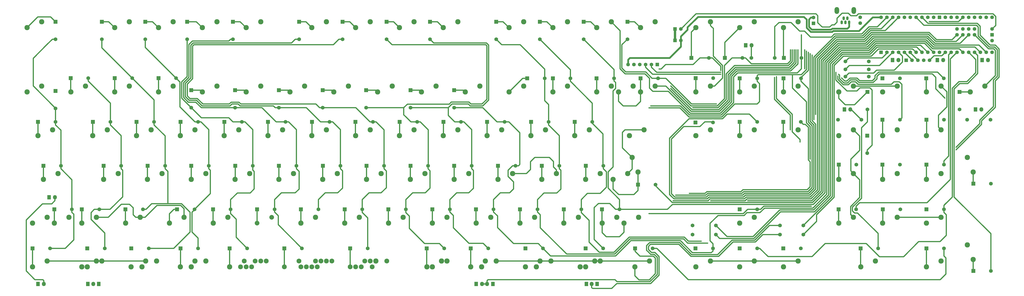
<source format=gbr>
G04 #@! TF.FileFunction,Copper,L1,Top,Signal*
%FSLAX46Y46*%
G04 Gerber Fmt 4.6, Leading zero omitted, Abs format (unit mm)*
G04 Created by KiCad (PCBNEW 4.0.5+dfsg1-4) date Sun Sep 23 14:38:37 2018*
%MOMM*%
%LPD*%
G01*
G04 APERTURE LIST*
%ADD10C,0.100000*%
%ADD11C,2.286000*%
%ADD12R,1.651000X1.651000*%
%ADD13C,1.651000*%
%ADD14C,1.600000*%
%ADD15R,1.600000X1.600000*%
%ADD16C,2.100000*%
%ADD17O,2.000000X3.000000*%
%ADD18O,1.100000X1.650000*%
%ADD19R,1.650000X1.900000*%
%ADD20O,1.650000X1.900000*%
%ADD21C,2.032000*%
%ADD22C,0.500000*%
%ADD23C,0.750000*%
%ADD24C,1.000000*%
%ADD25C,0.500000*%
G04 APERTURE END LIST*
D10*
D11*
X316540000Y-85977500D03*
X310190000Y-88517500D03*
X249865000Y-57990000D03*
X243515000Y-60530000D03*
X230815000Y-57990000D03*
X224465000Y-60530000D03*
X211765000Y-57990000D03*
X205415000Y-60530000D03*
X192715000Y-57990000D03*
X186365000Y-60530000D03*
X164140000Y-57990000D03*
X157790000Y-60530000D03*
X145090000Y-57990000D03*
X138740000Y-60530000D03*
X259390000Y-85977500D03*
X253040000Y-88517500D03*
X240340000Y-85977500D03*
X233990000Y-88517500D03*
X145090000Y-85977500D03*
X138740000Y-88517500D03*
X221290000Y-85977500D03*
X214940000Y-88517500D03*
X202240000Y-85977500D03*
X195890000Y-88517500D03*
X183190000Y-85977500D03*
X176840000Y-88517500D03*
X164140000Y-85977500D03*
X157790000Y-88517500D03*
X378702000Y-143128000D03*
X372352000Y-145668000D03*
X378702000Y-85977500D03*
X372352000Y-88517500D03*
D12*
X353130000Y-156660000D03*
D13*
X360750000Y-156660000D03*
D14*
X454140000Y-71280000D03*
X456680000Y-71280000D03*
X459220000Y-71280000D03*
X451600000Y-71280000D03*
X449060000Y-71280000D03*
X446520000Y-71280000D03*
X443980000Y-71280000D03*
X441440000Y-71280000D03*
X438900000Y-71280000D03*
X436360000Y-71280000D03*
D15*
X433820000Y-71280000D03*
D14*
X461760000Y-71280000D03*
X464300000Y-71280000D03*
X466840000Y-71280000D03*
X469380000Y-71280000D03*
X471920000Y-71280000D03*
X474460000Y-71280000D03*
X477000000Y-71280000D03*
X479540000Y-71280000D03*
X482080000Y-66200000D03*
D15*
X482080000Y-63660000D03*
D14*
X482080000Y-61120000D03*
X482080000Y-56040000D03*
X479540000Y-56040000D03*
X477000000Y-56040000D03*
X474460000Y-56040000D03*
X471920000Y-56040000D03*
X469380000Y-56040000D03*
X466840000Y-56040000D03*
X464300000Y-56040000D03*
X461760000Y-56040000D03*
D15*
X459220000Y-56040000D03*
D14*
X456680000Y-56040000D03*
X454140000Y-56040000D03*
X451600000Y-56040000D03*
X449060000Y-56040000D03*
X446520000Y-56040000D03*
X443980000Y-56040000D03*
X441440000Y-56040000D03*
X438900000Y-56040000D03*
X436360000Y-56040000D03*
X433820000Y-56040000D03*
X466840000Y-61120000D03*
X469380000Y-61120000D03*
X471920000Y-61120000D03*
X474460000Y-61120000D03*
X466840000Y-63660000D03*
X469380000Y-63660000D03*
X471920000Y-63660000D03*
X474460000Y-63660000D03*
X482080000Y-71280000D03*
D11*
X242719000Y-162178000D03*
X236369000Y-164718000D03*
X245098000Y-162178000D03*
X238748000Y-164718000D03*
X335590000Y-57990000D03*
X329240000Y-60530000D03*
D16*
X190334000Y-162178000D03*
X183984000Y-164718000D03*
X187952000Y-162178000D03*
X181602000Y-164718000D03*
X195096000Y-162178000D03*
X188746000Y-164718000D03*
X192680000Y-162178000D03*
X186330000Y-164718000D03*
D11*
X95083800Y-162178000D03*
X88733800Y-164718000D03*
X118896200Y-162178000D03*
X112546200Y-164718000D03*
X140326200Y-162178000D03*
X133976200Y-164718000D03*
X311778000Y-162178000D03*
X305428000Y-164718000D03*
X290346000Y-162178000D03*
X283996000Y-164718000D03*
X266546000Y-162178000D03*
X260196000Y-164718000D03*
X397752000Y-57990000D03*
X391402000Y-60530000D03*
D14*
X424760000Y-58590000D03*
X424760000Y-56050000D03*
X424760000Y-58590000D03*
X424760000Y-56050000D03*
D15*
X404420000Y-58670000D03*
D14*
X404420000Y-56130000D03*
D17*
X414640000Y-53035000D03*
X421940000Y-53035000D03*
D18*
X419940000Y-58200000D03*
X418340000Y-58200000D03*
X416740000Y-58200000D03*
X417540000Y-56400000D03*
X419140000Y-56400000D03*
D16*
X211750000Y-162178000D03*
X205400000Y-164718000D03*
D11*
X214230000Y-162178000D03*
D16*
X207880000Y-164718000D03*
X218915000Y-162178000D03*
X212565000Y-164718000D03*
X166505000Y-162178000D03*
X160155000Y-164718000D03*
X164140000Y-162178000D03*
X157790000Y-164718000D03*
X161736200Y-162178000D03*
X155386200Y-164718000D03*
X156977000Y-162178000D03*
D11*
X150627000Y-164718000D03*
D19*
X265110000Y-172160000D03*
D20*
X262570000Y-172160000D03*
D19*
X257780000Y-172160000D03*
D20*
X260320000Y-172160000D03*
D11*
X135565000Y-162178000D03*
X129215000Y-164718000D03*
D16*
X180777000Y-162178000D03*
X174427000Y-164718000D03*
D12*
X351370000Y-73670000D03*
D13*
X358990000Y-73670000D03*
D14*
X326390000Y-76620000D03*
X334010000Y-76620000D03*
X328930000Y-76620000D03*
X331470000Y-76620000D03*
X323850000Y-76620000D03*
D15*
X336550000Y-76620000D03*
X444730000Y-74750000D03*
D14*
X454890000Y-74750000D03*
X447270000Y-74750000D03*
X449810000Y-74750000D03*
X452350000Y-74750000D03*
X346790000Y-61070000D03*
D15*
X344250000Y-61070000D03*
D14*
X346790000Y-66070000D03*
D15*
X344250000Y-66070000D03*
D12*
X353240000Y-82470000D03*
D13*
X360860000Y-82470000D03*
D11*
X207002000Y-143128000D03*
X200652000Y-145668000D03*
X397752000Y-162178000D03*
X391402000Y-164718000D03*
X397752000Y-105027500D03*
X391402000Y-107567500D03*
X71255400Y-143128000D03*
X64905400Y-145668000D03*
D12*
X205330000Y-101570000D03*
D13*
X212950000Y-101570000D03*
D12*
X152050000Y-57960000D03*
D13*
X152050000Y-65580000D03*
D11*
X254628000Y-124077500D03*
X248278000Y-126617500D03*
X278440000Y-85977500D03*
X272090000Y-88517500D03*
D12*
X74950000Y-88060000D03*
D13*
X74950000Y-95680000D03*
D11*
X421815000Y-85977500D03*
X415465000Y-88517500D03*
X397752000Y-85977500D03*
X391402000Y-88517500D03*
X378702000Y-57990000D03*
X372352000Y-60530000D03*
D19*
X438830000Y-74670000D03*
D20*
X441370000Y-74670000D03*
D19*
X477780000Y-74670000D03*
D20*
X480320000Y-74670000D03*
D19*
X458280000Y-74670000D03*
D20*
X460820000Y-74670000D03*
D19*
X67280000Y-172150000D03*
D20*
X69820000Y-172150000D03*
D11*
X359652000Y-85977500D03*
X353302000Y-88517500D03*
X335590000Y-85977500D03*
X329240000Y-88517500D03*
X440865000Y-85977500D03*
X434515000Y-88517500D03*
X192715000Y-105027500D03*
X186365000Y-107567500D03*
X230815000Y-105027500D03*
X224465000Y-107567500D03*
D19*
X72160000Y-134420000D03*
D20*
X74700000Y-134420000D03*
D19*
X374980000Y-68170000D03*
D20*
X377520000Y-68170000D03*
D19*
X417910000Y-96170000D03*
D20*
X420450000Y-96170000D03*
D19*
X474910000Y-96170000D03*
D20*
X477450000Y-96170000D03*
D19*
X310390000Y-172170000D03*
X305710000Y-172170000D03*
D20*
X308050000Y-172170000D03*
D19*
X93690000Y-172170000D03*
X89010000Y-172170000D03*
D20*
X91350000Y-172170000D03*
D11*
X326065000Y-85977500D03*
X319715000Y-88517500D03*
X328446000Y-143128000D03*
X322096000Y-145668000D03*
X318905000Y-143128000D03*
X312555000Y-145668000D03*
X323685000Y-124077500D03*
X317335000Y-126617500D03*
X325605000Y-117092500D03*
X328145000Y-123442500D03*
X311778000Y-124077500D03*
X305428000Y-126617500D03*
X261771000Y-162178000D03*
X255421000Y-164718000D03*
X309396000Y-162178000D03*
X303046000Y-164718000D03*
X285584000Y-162178000D03*
X279234000Y-164718000D03*
D16*
X209384000Y-162178000D03*
X203034000Y-164718000D03*
D11*
X92686600Y-143128000D03*
X86336600Y-145668000D03*
X80797800Y-143128000D03*
X74447800Y-145668000D03*
X114133800Y-162178000D03*
X107783800Y-164718000D03*
X92702500Y-162178000D03*
X86352500Y-164718000D03*
D12*
X266540000Y-57970000D03*
D13*
X266540000Y-65590000D03*
D12*
X285510000Y-57970000D03*
D13*
X285510000Y-65590000D03*
D12*
X304570000Y-57970000D03*
D13*
X304570000Y-65590000D03*
D12*
X323550000Y-57970000D03*
D13*
X323550000Y-65590000D03*
D12*
X365930000Y-73670000D03*
D13*
X373550000Y-73670000D03*
D12*
X391550000Y-73670000D03*
D13*
X399170000Y-73670000D03*
D12*
X74950000Y-57970000D03*
D13*
X74950000Y-65590000D03*
D12*
X248250000Y-87770000D03*
D13*
X248250000Y-95390000D03*
D12*
X279950000Y-82570000D03*
D13*
X287570000Y-82570000D03*
D12*
X291130000Y-82570000D03*
D13*
X298750000Y-82570000D03*
D12*
X310150000Y-82570000D03*
D13*
X317770000Y-82570000D03*
D12*
X329230000Y-82570000D03*
D13*
X336850000Y-82570000D03*
D12*
X372340000Y-82570000D03*
D13*
X379960000Y-82570000D03*
D12*
X391440000Y-82570000D03*
D13*
X399060000Y-82570000D03*
D12*
X427870000Y-88530000D03*
D13*
X427870000Y-96150000D03*
D12*
X434430000Y-82570000D03*
D13*
X442050000Y-82570000D03*
D12*
X453440000Y-82570000D03*
D13*
X461060000Y-82570000D03*
D12*
X467950000Y-88560000D03*
D13*
X467950000Y-96180000D03*
D12*
X262530000Y-101570000D03*
D13*
X270150000Y-101570000D03*
D12*
X281640000Y-101570000D03*
D13*
X289260000Y-101570000D03*
D12*
X300640000Y-101570000D03*
D13*
X308260000Y-101570000D03*
D12*
X353140000Y-101820000D03*
D13*
X360760000Y-101820000D03*
D12*
X372330000Y-101570000D03*
D13*
X379950000Y-101570000D03*
D12*
X391330000Y-101570000D03*
D13*
X398950000Y-101570000D03*
D12*
X427850000Y-107550000D03*
D13*
X427850000Y-115170000D03*
D12*
X434440000Y-100670000D03*
D13*
X442060000Y-100670000D03*
D12*
X453540000Y-100670000D03*
D13*
X461160000Y-100670000D03*
D12*
X267330000Y-120670000D03*
D13*
X274950000Y-120670000D03*
D12*
X286350000Y-120670000D03*
D13*
X293970000Y-120670000D03*
D12*
X305450000Y-120670000D03*
D13*
X313070000Y-120670000D03*
D12*
X328130000Y-128870000D03*
D13*
X335750000Y-128870000D03*
D12*
X415430000Y-120170000D03*
D13*
X423050000Y-120170000D03*
D12*
X434450000Y-120170000D03*
D13*
X442070000Y-120170000D03*
D12*
X453540000Y-120170000D03*
D13*
X461160000Y-120170000D03*
D12*
X473930000Y-128470000D03*
D13*
X481550000Y-128470000D03*
D12*
X257750000Y-139670000D03*
D13*
X265370000Y-139670000D03*
D12*
X276850000Y-139670000D03*
D13*
X284470000Y-139670000D03*
D12*
X295930000Y-139670000D03*
D13*
X303550000Y-139670000D03*
D12*
X312540000Y-139670000D03*
D13*
X320160000Y-139670000D03*
D12*
X372330000Y-139670000D03*
D13*
X379950000Y-139670000D03*
D12*
X415350000Y-139670000D03*
D13*
X422970000Y-139670000D03*
D12*
X434550000Y-139670000D03*
D13*
X442170000Y-139670000D03*
D12*
X453550000Y-139670000D03*
D13*
X461170000Y-139670000D03*
D12*
X279240000Y-156660000D03*
D13*
X286860000Y-156660000D03*
D12*
X305410000Y-156660000D03*
D13*
X313030000Y-156660000D03*
D12*
X326930000Y-156660000D03*
D13*
X334550000Y-156660000D03*
D12*
X372330000Y-156660000D03*
D13*
X379950000Y-156660000D03*
D12*
X391330000Y-156660000D03*
D13*
X398950000Y-156660000D03*
D12*
X424950000Y-156660000D03*
D13*
X432570000Y-156660000D03*
D12*
X453540000Y-156660000D03*
D13*
X461160000Y-156660000D03*
D12*
X473930000Y-166470000D03*
D13*
X481550000Y-166470000D03*
D12*
X95090000Y-57970000D03*
D13*
X95090000Y-65590000D03*
D12*
X113940000Y-57970000D03*
D13*
X113940000Y-65590000D03*
D12*
X132150000Y-57970000D03*
D13*
X132150000Y-65590000D03*
D12*
X180850000Y-57970000D03*
D13*
X180850000Y-65590000D03*
D12*
X199750000Y-57970000D03*
D13*
X199750000Y-65590000D03*
D12*
X218850000Y-57970000D03*
D13*
X218850000Y-65590000D03*
D12*
X237750000Y-57970000D03*
D13*
X237750000Y-65590000D03*
D12*
X81540000Y-82470000D03*
D13*
X89160000Y-82470000D03*
D12*
X100650000Y-82470000D03*
D13*
X108270000Y-82470000D03*
D12*
X119690000Y-82470000D03*
D13*
X127310000Y-82470000D03*
D12*
X133950000Y-87760000D03*
D13*
X133950000Y-95380000D03*
D12*
X152950000Y-87770000D03*
D13*
X152950000Y-95390000D03*
D12*
X172050000Y-87770000D03*
D13*
X172050000Y-95390000D03*
D12*
X191050000Y-87770000D03*
D13*
X191050000Y-95390000D03*
D12*
X209950000Y-87770000D03*
D13*
X209950000Y-95390000D03*
D12*
X229250000Y-87770000D03*
D13*
X229250000Y-95390000D03*
D12*
X67330000Y-101570000D03*
D13*
X74950000Y-101570000D03*
D12*
X91140000Y-101570000D03*
D13*
X98760000Y-101570000D03*
D12*
X110140000Y-101570000D03*
D13*
X117760000Y-101570000D03*
D12*
X129240000Y-101570000D03*
D13*
X136860000Y-101570000D03*
D12*
X148340000Y-101570000D03*
D13*
X155960000Y-101570000D03*
D12*
X167330000Y-101570000D03*
D13*
X174950000Y-101570000D03*
D12*
X186440000Y-101570000D03*
D13*
X194060000Y-101570000D03*
D12*
X224540000Y-101570000D03*
D13*
X232160000Y-101570000D03*
D12*
X243540000Y-101570000D03*
D13*
X251160000Y-101570000D03*
D12*
X69640000Y-120670000D03*
D13*
X77260000Y-120670000D03*
D12*
X95850000Y-120670000D03*
D13*
X103470000Y-120670000D03*
D12*
X114940000Y-120670000D03*
D13*
X122560000Y-120670000D03*
D12*
X133940000Y-120670000D03*
D13*
X141560000Y-120670000D03*
D12*
X153050000Y-120670000D03*
D13*
X160670000Y-120670000D03*
D12*
X172050000Y-120670000D03*
D13*
X179670000Y-120670000D03*
D12*
X191140000Y-120670000D03*
D13*
X198760000Y-120670000D03*
D12*
X210150000Y-120670000D03*
D13*
X217770000Y-120670000D03*
D12*
X229250000Y-120670000D03*
D13*
X236870000Y-120670000D03*
D12*
X248250000Y-120670000D03*
D13*
X255870000Y-120670000D03*
D12*
X74430000Y-139670000D03*
D13*
X82050000Y-139670000D03*
D12*
X86340000Y-139670000D03*
D13*
X93960000Y-139670000D03*
D12*
X105350000Y-139670000D03*
D13*
X112970000Y-139670000D03*
D12*
X127730000Y-139670000D03*
D13*
X135350000Y-139670000D03*
D12*
X143450000Y-139670000D03*
D13*
X151070000Y-139670000D03*
D12*
X162550000Y-139670000D03*
D13*
X170170000Y-139670000D03*
D12*
X181630000Y-139670000D03*
D13*
X189250000Y-139670000D03*
D12*
X200650000Y-139670000D03*
D13*
X208270000Y-139670000D03*
D12*
X219640000Y-139670000D03*
D13*
X227260000Y-139670000D03*
D12*
X238730000Y-139670000D03*
D13*
X246350000Y-139670000D03*
D12*
X64950000Y-156660000D03*
D13*
X72570000Y-156660000D03*
D12*
X88730000Y-156660000D03*
D13*
X96350000Y-156660000D03*
D12*
X107840000Y-156660000D03*
D13*
X115460000Y-156660000D03*
D12*
X129240000Y-156660000D03*
D13*
X136860000Y-156660000D03*
D12*
X150640000Y-156660000D03*
D13*
X158260000Y-156660000D03*
D12*
X174450000Y-156660000D03*
D13*
X182070000Y-156660000D03*
D12*
X203040000Y-156660000D03*
D13*
X210660000Y-156660000D03*
D12*
X236340000Y-156660000D03*
D13*
X243960000Y-156660000D03*
D12*
X255430000Y-156660000D03*
D13*
X263050000Y-156660000D03*
D11*
X278440000Y-57990000D03*
X272090000Y-60530000D03*
X297490000Y-57990000D03*
X291140000Y-60530000D03*
X316540000Y-57990000D03*
X310190000Y-60530000D03*
X359652000Y-57990000D03*
X353302000Y-60530000D03*
X68890000Y-57990000D03*
X62540000Y-60530000D03*
X297490000Y-85977500D03*
X291140000Y-88517500D03*
X459915000Y-85977500D03*
X453565000Y-88517500D03*
X478965000Y-85977500D03*
X472615000Y-88517500D03*
X268915000Y-105027500D03*
X262565000Y-107567500D03*
X287965000Y-105027500D03*
X281615000Y-107567500D03*
X307015000Y-105027500D03*
X300665000Y-107567500D03*
X359652000Y-105027500D03*
X353302000Y-107567500D03*
X378702000Y-105027500D03*
X372352000Y-107567500D03*
X421815000Y-105027500D03*
X415465000Y-107567500D03*
X440865000Y-105027500D03*
X434515000Y-107567500D03*
X459915000Y-105027500D03*
X453565000Y-107567500D03*
X273678000Y-124077500D03*
X267328000Y-126617500D03*
X292728000Y-124077500D03*
X286378000Y-126617500D03*
X330828000Y-105027500D03*
X324478000Y-107567500D03*
X421815000Y-124077500D03*
X415465000Y-126617500D03*
X440865000Y-124077500D03*
X434515000Y-126617500D03*
X459915000Y-124077500D03*
X453565000Y-126617500D03*
X471345000Y-117092500D03*
X473885000Y-123442500D03*
X264152000Y-143128000D03*
X257802000Y-145668000D03*
X283202000Y-143128000D03*
X276852000Y-145668000D03*
X302252000Y-143128000D03*
X295902000Y-145668000D03*
X421815000Y-143128000D03*
X415465000Y-145668000D03*
X440865000Y-143128000D03*
X434515000Y-145668000D03*
X459915000Y-143128000D03*
X453565000Y-145668000D03*
X333199000Y-162178000D03*
X326849000Y-164718000D03*
X359652000Y-162178000D03*
X353302000Y-164718000D03*
X378702000Y-162178000D03*
X372352000Y-164718000D03*
X431340000Y-162178000D03*
X424990000Y-164718000D03*
X459915000Y-162178000D03*
X453565000Y-164718000D03*
X471345000Y-155192000D03*
X473885000Y-161542000D03*
X106990000Y-57990000D03*
X100640000Y-60530000D03*
X126040000Y-57990000D03*
X119690000Y-60530000D03*
X68890000Y-85977500D03*
X62540000Y-88517500D03*
X87940000Y-85977500D03*
X81590000Y-88517500D03*
X106990000Y-85977500D03*
X100640000Y-88517500D03*
X126040000Y-85977500D03*
X119690000Y-88517500D03*
X73652500Y-105027500D03*
X67302500Y-107567500D03*
X97465000Y-105027500D03*
X91115000Y-107567500D03*
X116515000Y-105027500D03*
X110165000Y-107567500D03*
X135565000Y-105027500D03*
X129215000Y-107567500D03*
X154615000Y-105027500D03*
X148265000Y-107567500D03*
X173665000Y-105027500D03*
X167315000Y-107567500D03*
X211765000Y-105027500D03*
X205415000Y-107567500D03*
X249865000Y-105027500D03*
X243515000Y-107567500D03*
X76034700Y-124077500D03*
X69684700Y-126617500D03*
X102227500Y-124077500D03*
X95877500Y-126617500D03*
X121277500Y-124077500D03*
X114927500Y-126617500D03*
X140327500Y-124077500D03*
X133977500Y-126617500D03*
X159378000Y-124077500D03*
X153028000Y-126617500D03*
X178428000Y-124077500D03*
X172078000Y-126617500D03*
X197478000Y-124077500D03*
X191128000Y-126617500D03*
X216528000Y-124077500D03*
X210178000Y-126617500D03*
X235578000Y-124077500D03*
X229228000Y-126617500D03*
X111752500Y-143128000D03*
X105402500Y-145668000D03*
X130802500Y-143128000D03*
X124452500Y-145668000D03*
X149852000Y-143128000D03*
X143502000Y-145668000D03*
D21*
X168902000Y-143128000D03*
X162552000Y-145668000D03*
D11*
X187952000Y-143128000D03*
X181602000Y-145668000D03*
X226052000Y-143128000D03*
X219702000Y-145668000D03*
X245102000Y-143128000D03*
X238752000Y-145668000D03*
X71272800Y-162178000D03*
X64922800Y-164718000D03*
D13*
X387630000Y-73670000D03*
X377470000Y-73670000D03*
X418340000Y-75230000D03*
X428500000Y-75230000D03*
X415150000Y-100670000D03*
X425310000Y-100670000D03*
X471290000Y-100670000D03*
X481450000Y-100670000D03*
X418340000Y-78670000D03*
X428500000Y-78670000D03*
X418340000Y-81870000D03*
X428500000Y-81870000D03*
X362030000Y-150670000D03*
X351870000Y-150670000D03*
X362030000Y-146670000D03*
X351870000Y-146670000D03*
X400030000Y-146670000D03*
X389870000Y-146670000D03*
X400030000Y-150670000D03*
X389870000Y-150670000D03*
D22*
X358500000Y-154359980D03*
X414219980Y-79999990D03*
X399170000Y-63650000D03*
X454770686Y-57859912D03*
X333640000Y-94601401D03*
X400619867Y-78410133D03*
X400619867Y-70119998D03*
X415019980Y-81600000D03*
X403010000Y-117849990D03*
X401419867Y-70700000D03*
X332870000Y-95430000D03*
X344475542Y-133519961D03*
X402219868Y-71290000D03*
X403819870Y-126280000D03*
X343002481Y-134319961D03*
X403819870Y-72452000D03*
X405419890Y-122180000D03*
X350420000Y-132719951D03*
X403510000Y-138320001D03*
X332920000Y-141530000D03*
X410219940Y-130167292D03*
X409419940Y-99140000D03*
X415350000Y-80800000D03*
X461609972Y-91231498D03*
X342426892Y-85872727D03*
X394459856Y-70119999D03*
X355680000Y-153558617D03*
X408619920Y-128210000D03*
X362301546Y-93801546D03*
X344136294Y-134319961D03*
X403019869Y-71880000D03*
X404619860Y-118680000D03*
X466414314Y-113784314D03*
X398609314Y-110380686D03*
X364129960Y-80010150D03*
X388340000Y-81814620D03*
X466413628Y-112653628D03*
X364129960Y-80810153D03*
X387540000Y-82147474D03*
X394410000Y-105050000D03*
X396859863Y-70120000D03*
X342428915Y-87006159D03*
X396059862Y-70119999D03*
X351960000Y-95401554D03*
X395259859Y-70119999D03*
X343440000Y-135920020D03*
X359760000Y-135919991D03*
X407819920Y-97540000D03*
X407819900Y-85980000D03*
X375870000Y-135919991D03*
X405419890Y-98340000D03*
X404620000Y-100670000D03*
X416629992Y-82398475D03*
X364129960Y-79210143D03*
X337300001Y-78519999D03*
X397659866Y-70120000D03*
D23*
X419940000Y-57900000D02*
X419940000Y-60150000D01*
X419940000Y-60150000D02*
X419194990Y-60895010D01*
X419194990Y-60895010D02*
X412561840Y-60895010D01*
X412561840Y-60895010D02*
X412110000Y-61346850D01*
X412110000Y-61346850D02*
X403666850Y-61346850D01*
X403666850Y-61346850D02*
X402500000Y-60180000D01*
X402500000Y-60180000D02*
X402500000Y-56918630D01*
X402500000Y-56918630D02*
X403288630Y-56130000D01*
X403288630Y-56130000D02*
X404420000Y-56130000D01*
D24*
X404420000Y-56130000D02*
X404370000Y-56180000D01*
D25*
X268930000Y-67980000D02*
X270710000Y-67980000D01*
X276910000Y-67980000D02*
X270710000Y-67980000D01*
X270710000Y-67980000D02*
X275160000Y-67980000D01*
X287570000Y-78640000D02*
X276910000Y-67980000D01*
X287570000Y-82570000D02*
X287570000Y-78640000D01*
X275160000Y-67980000D02*
X275660000Y-67980000D01*
X349781385Y-154358617D02*
X355560000Y-154358617D01*
X355560000Y-154358617D02*
X356080000Y-154358617D01*
X358500000Y-154359980D02*
X355561363Y-154359980D01*
X355561363Y-154359980D02*
X355560000Y-154358617D01*
X356081363Y-154359980D02*
X356080000Y-154358617D01*
X266540000Y-65590000D02*
X268930000Y-67980000D01*
X442660000Y-160284999D02*
X434300000Y-160284999D01*
X461170000Y-140995500D02*
X462230000Y-142055500D01*
X461170000Y-139670000D02*
X461170000Y-140995500D01*
X462230000Y-142055500D02*
X462230000Y-150990000D01*
X462230000Y-150990000D02*
X459470000Y-153750000D01*
X459470000Y-153750000D02*
X450210000Y-153750000D01*
X450210000Y-153750000D02*
X443675001Y-160284999D01*
X443675001Y-160284999D02*
X442660000Y-160284999D01*
X407100000Y-156970000D02*
X406410000Y-157660000D01*
X406410000Y-157660000D02*
X403820000Y-160250000D01*
X427390000Y-154530000D02*
X409540000Y-154530000D01*
X409540000Y-154530000D02*
X406410000Y-157660000D01*
X433144999Y-160284999D02*
X427390000Y-154530000D01*
X434300000Y-160284999D02*
X433144999Y-160284999D01*
X403820000Y-160250000D02*
X386630000Y-160250000D01*
X379950000Y-156660000D02*
X381117433Y-156660000D01*
X381117433Y-156660000D02*
X384707433Y-160250000D01*
X384707433Y-160250000D02*
X386630000Y-160250000D01*
X302540000Y-159149990D02*
X318085858Y-159149990D01*
X318085858Y-159149990D02*
X324705878Y-152529970D01*
X324705878Y-152529970D02*
X347952738Y-152529970D01*
X347952738Y-152529970D02*
X349781385Y-154358617D01*
X298289990Y-159149990D02*
X302540000Y-159149990D01*
X284470000Y-139670000D02*
X284470000Y-140837433D01*
X284470000Y-140837433D02*
X285670000Y-142037433D01*
X285670000Y-147670000D02*
X297149990Y-159149990D01*
X285670000Y-142037433D02*
X285670000Y-147670000D01*
X297149990Y-159149990D02*
X302540000Y-159149990D01*
X287290000Y-132590000D02*
X284470000Y-135410000D01*
X284470000Y-135410000D02*
X284470000Y-139670000D01*
X292875500Y-132590000D02*
X287290000Y-132590000D01*
X294621001Y-130844499D02*
X292875500Y-132590000D01*
X464810010Y-134294490D02*
X461170000Y-137934500D01*
X461170000Y-137934500D02*
X461170000Y-139670000D01*
X294621001Y-130844499D02*
X294621001Y-122646501D01*
X293970000Y-121995500D02*
X293970000Y-120670000D01*
X294621001Y-122646501D02*
X293970000Y-121995500D01*
X289260000Y-101570000D02*
X289260000Y-102895500D01*
X289260000Y-102895500D02*
X293970000Y-107605500D01*
X293970000Y-107605500D02*
X293970000Y-120670000D01*
X287570000Y-82570000D02*
X287570000Y-92340000D01*
X287570000Y-92340000D02*
X289260000Y-94030000D01*
X289260000Y-94030000D02*
X289260000Y-101570000D01*
X287550000Y-82550000D02*
X287570000Y-82570000D01*
X471920000Y-71290000D02*
X475000000Y-74370000D01*
X475000000Y-74370000D02*
X475000000Y-80180000D01*
X475000000Y-80180000D02*
X471140000Y-84040000D01*
X464810010Y-86949990D02*
X464810010Y-134294490D01*
X471140000Y-84040000D02*
X467720000Y-84040000D01*
X467720000Y-84040000D02*
X464810010Y-86949990D01*
X464810010Y-134294490D02*
X461360000Y-137744500D01*
X116785510Y-137179990D02*
X114295500Y-139670000D01*
X129679990Y-137179990D02*
X123740000Y-137179990D01*
X123740000Y-137179990D02*
X116785510Y-137179990D01*
X123743840Y-123179340D02*
X123743840Y-137176150D01*
X123743840Y-137176150D02*
X123740000Y-137179990D01*
X130680000Y-138180000D02*
X129679990Y-137179990D01*
X114295500Y-139670000D02*
X112970000Y-139670000D01*
X130680000Y-138180000D02*
X130370000Y-137870000D01*
X133440000Y-140940000D02*
X130680000Y-138180000D01*
X427850000Y-115170000D02*
X427850000Y-113844500D01*
X427850000Y-113844500D02*
X429940000Y-111754500D01*
X429940000Y-111754500D02*
X429940000Y-87680000D01*
X429940000Y-87680000D02*
X429037510Y-86777510D01*
X418977365Y-88140000D02*
X414219980Y-83382615D01*
X429037510Y-86777510D02*
X424702490Y-86777510D01*
X424702490Y-86777510D02*
X423340000Y-88140000D01*
X423340000Y-88140000D02*
X418977365Y-88140000D01*
X414219980Y-83382615D02*
X414219980Y-80820000D01*
X414219980Y-80820000D02*
X414219980Y-79999990D01*
X399170000Y-73670000D02*
X399170000Y-78460000D01*
X399170000Y-78460000D02*
X397415390Y-80214610D01*
X397415390Y-80214610D02*
X371494877Y-80214610D01*
X364287042Y-98604354D02*
X350632970Y-98604354D01*
X371494877Y-80214610D02*
X369730020Y-81979467D01*
X369730020Y-81979467D02*
X369730020Y-93161364D01*
X346630017Y-94601401D02*
X333640000Y-94601401D01*
X369730020Y-93161364D02*
X367114504Y-95776880D01*
X367114504Y-95776880D02*
X367114504Y-95776892D01*
X367114504Y-95776892D02*
X364287042Y-98604354D01*
X350632970Y-98604354D02*
X346630017Y-94601401D01*
X122560000Y-120670000D02*
X122560000Y-121995500D01*
X122560000Y-121995500D02*
X123743840Y-123179340D01*
X399170000Y-69610000D02*
X399170000Y-64090000D01*
X399170000Y-63650000D02*
X399170000Y-64090000D01*
X108270000Y-82470000D02*
X100780000Y-74980000D01*
X100780000Y-74980000D02*
X100540000Y-74740000D01*
X95090000Y-65590000D02*
X95090000Y-69290000D01*
X95090000Y-69290000D02*
X100780000Y-74980000D01*
X117760000Y-101570000D02*
X117760000Y-91960000D01*
X117760000Y-91960000D02*
X108270000Y-82470000D01*
X126730000Y-156290000D02*
X133440000Y-149580000D01*
X126730000Y-156290000D02*
X126360000Y-156660000D01*
X126360000Y-156660000D02*
X115460000Y-156660000D01*
X399170000Y-70166000D02*
X399170000Y-69150000D01*
X399170000Y-73670000D02*
X399170000Y-70166000D01*
X399170000Y-70166000D02*
X399170000Y-69610000D01*
X399170000Y-67381900D02*
X399170000Y-70166000D01*
X399170000Y-69610000D02*
X399170000Y-69578000D01*
X464479902Y-57859902D02*
X464479892Y-57859912D01*
X464479892Y-57859912D02*
X454770686Y-57859912D01*
X469380000Y-56040000D02*
X467560098Y-57859902D01*
X467560098Y-57859902D02*
X464479902Y-57859902D01*
X133440000Y-149580000D02*
X133440000Y-140940000D01*
X117760000Y-101570000D02*
X117760000Y-102895500D01*
X117760000Y-102895500D02*
X122560000Y-107695500D01*
X122560000Y-107695500D02*
X122560000Y-120670000D01*
X108260000Y-82460000D02*
X108270000Y-82470000D01*
X442060000Y-100670000D02*
X442885499Y-99844501D01*
X442885499Y-99844501D02*
X442885499Y-85196357D01*
X422774499Y-84084499D02*
X420906359Y-84084499D01*
X442885499Y-85196357D02*
X441773641Y-84084499D01*
X441773641Y-84084499D02*
X439440000Y-84084499D01*
X439440000Y-84084499D02*
X438347009Y-85177490D01*
X420906359Y-84084499D02*
X419570858Y-85420000D01*
X438347009Y-85177490D02*
X423867490Y-85177490D01*
X423867490Y-85177490D02*
X422774499Y-84084499D01*
X419570858Y-85420000D02*
X417388749Y-85420000D01*
X417388749Y-85420000D02*
X415019980Y-83051231D01*
X415019980Y-83051231D02*
X415019980Y-82120000D01*
X415019980Y-82120000D02*
X415019980Y-81600000D01*
X127310000Y-82470000D02*
X129019960Y-84179960D01*
X129019960Y-84179960D02*
X129019960Y-95055460D01*
X129019960Y-95055460D02*
X135534500Y-101570000D01*
X135534500Y-101570000D02*
X136860000Y-101570000D01*
X141560000Y-120670000D02*
X141560000Y-121995500D01*
X141560000Y-121995500D02*
X142220501Y-122656001D01*
X142220501Y-122656001D02*
X142220501Y-132799499D01*
X142220501Y-132799499D02*
X135350000Y-139670000D01*
X400619867Y-78410133D02*
X400619867Y-70119998D01*
X114020000Y-69180000D02*
X113940000Y-69100000D01*
X113940000Y-69100000D02*
X113940000Y-65590000D01*
X114020000Y-69180000D02*
X116590000Y-71750000D01*
X127310000Y-82470000D02*
X116590000Y-71750000D01*
X116590000Y-71750000D02*
X115930000Y-71090000D01*
X136860000Y-156660000D02*
X136860000Y-152179990D01*
X134240010Y-140949990D02*
X135350000Y-139840000D01*
X136860000Y-152179990D02*
X134240010Y-149560000D01*
X134240010Y-149560000D02*
X134240010Y-140949990D01*
X135350000Y-139840000D02*
X135350000Y-139670000D01*
X415019980Y-81600497D02*
X415019980Y-81600000D01*
X136860000Y-101570000D02*
X138185500Y-101570000D01*
X138185500Y-101570000D02*
X141560000Y-104944500D01*
X141560000Y-104944500D02*
X141560000Y-120670000D01*
X127260000Y-82420000D02*
X127310000Y-82470000D01*
X403010000Y-116420000D02*
X403010000Y-117849990D01*
X403010000Y-103585536D02*
X403010000Y-116420000D01*
X402982232Y-103557768D02*
X403010000Y-103585536D01*
X402637232Y-103212768D02*
X402982232Y-103557768D01*
X401419834Y-101995370D02*
X402637232Y-103212768D01*
X401419830Y-100895366D02*
X401419830Y-101995366D01*
X401419830Y-101995366D02*
X401419834Y-101995370D01*
X133950000Y-95380000D02*
X129819970Y-91249970D01*
X129820000Y-84130000D02*
X132150000Y-81800000D01*
X129819970Y-91249970D02*
X129819970Y-84130000D01*
X129819970Y-84130000D02*
X129820000Y-84130000D01*
X132150000Y-81800000D02*
X132150000Y-65590000D01*
X133950000Y-95380000D02*
X138340000Y-99770000D01*
X138340000Y-99770000D02*
X150250000Y-99770000D01*
X150250000Y-99770000D02*
X152050000Y-101570000D01*
X152050000Y-101570000D02*
X155960000Y-101570000D01*
X401419867Y-70700000D02*
X401419868Y-71053554D01*
X401419868Y-71053554D02*
X401419868Y-71182000D01*
X153480000Y-143954358D02*
X153480000Y-151880000D01*
X153480000Y-151880000D02*
X158260000Y-156660000D01*
X401419868Y-71182000D02*
X401419868Y-78789372D01*
X401419868Y-71027554D02*
X401419868Y-71182000D01*
X151070000Y-139670000D02*
X151070000Y-141544358D01*
X151070000Y-141544358D02*
X153480000Y-143954358D01*
X401419830Y-92869830D02*
X401419830Y-100895366D01*
X395340000Y-86790000D02*
X401419830Y-92869830D01*
X395340000Y-81014620D02*
X380405380Y-81014620D01*
X399194620Y-81014620D02*
X395340000Y-81014620D01*
X395340000Y-81014620D02*
X395340000Y-86790000D01*
X380520000Y-93280000D02*
X379998599Y-93801401D01*
X381020000Y-92780000D02*
X380520000Y-93280000D01*
X380520000Y-93280000D02*
X380600000Y-93280000D01*
X346327232Y-95430000D02*
X332870000Y-95430000D01*
X350307232Y-99410000D02*
X346327232Y-95430000D01*
X364612780Y-99410000D02*
X350307232Y-99410000D01*
X370221367Y-93801401D02*
X367914512Y-96108256D01*
X367914512Y-96108256D02*
X367914512Y-96108268D01*
X367914512Y-96108268D02*
X364612780Y-99410000D01*
X379998599Y-93801401D02*
X370221367Y-93801401D01*
X381020000Y-84955500D02*
X381020000Y-92780000D01*
X379960000Y-82570000D02*
X379960000Y-83895500D01*
X379960000Y-83895500D02*
X381020000Y-84955500D01*
X401419868Y-78789372D02*
X399194620Y-81014620D01*
X379970000Y-82560000D02*
X379960000Y-82570000D01*
X380405380Y-81014620D02*
X379970000Y-81450000D01*
X379970000Y-81450000D02*
X379970000Y-82560000D01*
X154010480Y-132507760D02*
X151070000Y-135448240D01*
X151070000Y-135448240D02*
X151070000Y-139670000D01*
X159557740Y-132507760D02*
X154010480Y-132507760D01*
X160670000Y-120670000D02*
X160670000Y-122567858D01*
X160670000Y-122567858D02*
X161271001Y-123168859D01*
X161271001Y-123168859D02*
X161271001Y-130794499D01*
X161271001Y-130794499D02*
X159557740Y-132507760D01*
X151070000Y-139670000D02*
X151070000Y-139950000D01*
X155960000Y-101570000D02*
X157285500Y-101570000D01*
X160670000Y-104954500D02*
X160670000Y-120670000D01*
X157285500Y-101570000D02*
X160670000Y-104954500D01*
X403819850Y-103264002D02*
X403819870Y-125949870D01*
X403819870Y-125949870D02*
X403819850Y-115918606D01*
X403819870Y-126280000D02*
X403819870Y-125949870D01*
X402219842Y-101663994D02*
X403819850Y-103264002D01*
X402219840Y-100563992D02*
X402219840Y-101663992D01*
X402219840Y-101663992D02*
X402219842Y-101663994D01*
X152950000Y-95390000D02*
X151161384Y-95390000D01*
X151161384Y-95390000D02*
X151149963Y-95401421D01*
X151149963Y-95401421D02*
X138318653Y-95401421D01*
X138318653Y-95401421D02*
X135917262Y-93000030D01*
X135917262Y-93000030D02*
X132701414Y-93000030D01*
X132701414Y-93000030D02*
X130619980Y-90918596D01*
X130619980Y-90918596D02*
X130619980Y-84461404D01*
X130619980Y-84461404D02*
X132950010Y-82131374D01*
X132950010Y-82131374D02*
X132950010Y-67879990D01*
X132950010Y-67879990D02*
X134450000Y-66380000D01*
X134450000Y-66380000D02*
X150284620Y-66380000D01*
X150284620Y-66380000D02*
X151074620Y-65590000D01*
X151074620Y-65590000D02*
X152400120Y-65590000D01*
X349740010Y-133519951D02*
X349740000Y-133519961D01*
X349740000Y-133519961D02*
X344475542Y-133519961D01*
X357634504Y-133519951D02*
X349740010Y-133519951D01*
X358434504Y-132719951D02*
X357634504Y-133519951D01*
X402219868Y-71290000D02*
X402219869Y-71643554D01*
X402219869Y-71643554D02*
X402219869Y-71690000D01*
X171760000Y-145470000D02*
X171760000Y-142427433D01*
X171760000Y-145470000D02*
X171760000Y-146350000D01*
X171760000Y-146350000D02*
X182070000Y-156660000D01*
X402219869Y-71690000D02*
X402219869Y-79120755D01*
X402219869Y-71535554D02*
X402219869Y-71690000D01*
X171760000Y-142427433D02*
X170170000Y-140837433D01*
X170170000Y-140837433D02*
X170170000Y-139670000D01*
X403819860Y-126670000D02*
X403819860Y-130148756D01*
X403819870Y-126280000D02*
X403819870Y-126669990D01*
X403819870Y-126669990D02*
X403819860Y-126670000D01*
X373318665Y-132719951D02*
X358434504Y-132719951D01*
X402048685Y-131919931D02*
X374118685Y-131919931D01*
X374118685Y-131919931D02*
X373318665Y-132719951D01*
X403819860Y-130148756D02*
X402048685Y-131919931D01*
X402219840Y-87055340D02*
X402219840Y-100563992D01*
X399060000Y-82570000D02*
X399060000Y-83895500D01*
X399060000Y-83895500D02*
X402219840Y-87055340D01*
X152950000Y-95390000D02*
X154275500Y-95390000D01*
X154275500Y-95390000D02*
X154286921Y-95401421D01*
X154286921Y-95401421D02*
X164681421Y-95401421D01*
X164681421Y-95401421D02*
X170850000Y-101570000D01*
X170850000Y-101570000D02*
X174950000Y-101570000D01*
X173121440Y-132487440D02*
X170170000Y-135438880D01*
X170170000Y-135438880D02*
X170170000Y-139670000D01*
X179161560Y-132487440D02*
X173121440Y-132487440D01*
X180807480Y-130841520D02*
X179161560Y-132487440D01*
X180807480Y-123132980D02*
X180807480Y-130841520D01*
X179670000Y-120670000D02*
X179670000Y-121995500D01*
X179670000Y-121995500D02*
X180807480Y-123132980D01*
X170170000Y-139670000D02*
X170170000Y-140060000D01*
X174950000Y-101570000D02*
X176275500Y-101570000D01*
X176275500Y-101570000D02*
X179670000Y-104964500D01*
X179670000Y-104964500D02*
X179670000Y-120670000D01*
X402219869Y-79120755D02*
X399060000Y-82280624D01*
X399060000Y-82280624D02*
X399060000Y-82570000D01*
X403819860Y-88190000D02*
X403819860Y-99432738D01*
X403819860Y-99432738D02*
X403819990Y-99432868D01*
X403819990Y-99432868D02*
X403819990Y-101001374D01*
X403819990Y-101001374D02*
X405419890Y-102601274D01*
X405419890Y-102601274D02*
X405419890Y-122180000D01*
X191050000Y-95390000D02*
X189724500Y-95390000D01*
X155512785Y-93801401D02*
X154681374Y-92969990D01*
X189724500Y-95390000D02*
X188135901Y-93801401D01*
X188135901Y-93801401D02*
X155512785Y-93801401D01*
X138981401Y-93801401D02*
X136580010Y-91400010D01*
X150487215Y-93801401D02*
X138981401Y-93801401D01*
X154681374Y-92969990D02*
X151318626Y-92969990D01*
X151318626Y-92969990D02*
X150487215Y-93801401D01*
X136580010Y-91400010D02*
X133364162Y-91400010D01*
X195734480Y-67980020D02*
X198124500Y-65590000D01*
X133364162Y-91400010D02*
X132220000Y-90255848D01*
X132220000Y-90255848D02*
X132220000Y-85124152D01*
X135112748Y-67980020D02*
X195734480Y-67980020D01*
X132220000Y-85124152D02*
X134550030Y-82794122D01*
X198124500Y-65590000D02*
X199450000Y-65590000D01*
X134550030Y-82794122D02*
X134550030Y-68542738D01*
X134550030Y-68542738D02*
X135112748Y-67980020D01*
X341886323Y-133201374D02*
X342664949Y-133980000D01*
X342664949Y-133980000D02*
X343804920Y-135119971D01*
X343002481Y-134319961D02*
X342664949Y-133982429D01*
X342664949Y-133982429D02*
X342664949Y-133980000D01*
X358297252Y-135119971D02*
X347500000Y-135119971D01*
X347500000Y-135119971D02*
X347008606Y-135119971D01*
X341886323Y-132110000D02*
X341886323Y-133201374D01*
X343804920Y-135119971D02*
X347500000Y-135119971D01*
X341886323Y-132110000D02*
X341886323Y-108683677D01*
X405419880Y-122560000D02*
X405419880Y-130820432D01*
X405419880Y-130820432D02*
X402720361Y-133519951D01*
X402720361Y-133519951D02*
X374875888Y-133519951D01*
X374875888Y-133519951D02*
X374075868Y-134319971D01*
X374075868Y-134319971D02*
X359097252Y-134319971D01*
X359097252Y-134319971D02*
X358297252Y-135119971D01*
X341886323Y-108683677D02*
X347510000Y-103060000D01*
X347130010Y-103439990D02*
X347510000Y-103060000D01*
X347510000Y-103060000D02*
X350359990Y-100210010D01*
X364944154Y-100210010D02*
X366942082Y-98212082D01*
X350359990Y-100210010D02*
X364944154Y-100210010D01*
X366942082Y-98212082D02*
X376592082Y-98212082D01*
X376592082Y-98212082D02*
X379950000Y-101570000D01*
X210660000Y-143385500D02*
X210660000Y-153270000D01*
X210660000Y-156660000D02*
X210660000Y-153270000D01*
X403819870Y-72452000D02*
X403819870Y-79783522D01*
X403819870Y-79783522D02*
X403819860Y-79783532D01*
X208270000Y-139670000D02*
X208270000Y-140995500D01*
X208270000Y-140995500D02*
X210660000Y-143385500D01*
X403819860Y-86170000D02*
X403819860Y-88190000D01*
X403819870Y-88190010D02*
X403819860Y-88190000D01*
X403819870Y-88970000D02*
X403819870Y-88190010D01*
X405419890Y-122559990D02*
X405419880Y-122560000D01*
X405419890Y-122180000D02*
X405419890Y-122559990D01*
X403819860Y-86170000D02*
X403819860Y-79783532D01*
X403819870Y-86510000D02*
X403819870Y-86170010D01*
X403819870Y-86170010D02*
X403819860Y-86170000D01*
X212950000Y-101570000D02*
X211624500Y-101570000D01*
X211624500Y-101570000D02*
X205444500Y-95390000D01*
X205444500Y-95390000D02*
X191050000Y-95390000D01*
X211211280Y-132502680D02*
X208270000Y-135443960D01*
X208270000Y-135443960D02*
X208270000Y-139670000D01*
X216519880Y-132502680D02*
X211211280Y-132502680D01*
X218739840Y-130282720D02*
X216519880Y-132502680D01*
X218739840Y-122965340D02*
X218739840Y-130282720D01*
X217770000Y-120670000D02*
X217770000Y-121995500D01*
X217770000Y-121995500D02*
X218739840Y-122965340D01*
X208270000Y-139890000D02*
X208305500Y-139890000D01*
X208270000Y-139670000D02*
X208270000Y-139890000D01*
X212950000Y-101570000D02*
X214275500Y-101570000D01*
X217760000Y-105054500D02*
X217760000Y-119870000D01*
X214275500Y-101570000D02*
X217760000Y-105054500D01*
X243210000Y-67980000D02*
X261958616Y-67980000D01*
X261958616Y-67980000D02*
X262429990Y-68451374D01*
X262429990Y-68451374D02*
X262429990Y-91750010D01*
X262429990Y-91750010D02*
X260378599Y-93801401D01*
X260378599Y-93801401D02*
X255532927Y-93801401D01*
X255532927Y-93801401D02*
X254691526Y-92960000D01*
X254691526Y-92960000D02*
X246998616Y-92960000D01*
X246998616Y-92960000D02*
X246108616Y-93850000D01*
X246108616Y-93850000D02*
X227880000Y-93850000D01*
X227880000Y-93850000D02*
X226340000Y-95390000D01*
X403019850Y-119780000D02*
X403019850Y-129817382D01*
X398950000Y-101570000D02*
X400006920Y-102626920D01*
X400006920Y-102626920D02*
X400920000Y-102626920D01*
X402209990Y-103916910D02*
X402209990Y-118181364D01*
X400920000Y-102626920D02*
X402209990Y-103916910D01*
X403019850Y-118991224D02*
X403019850Y-119780000D01*
X402209990Y-118181364D02*
X403019850Y-118991224D01*
X227150000Y-99290000D02*
X229430000Y-101570000D01*
X226340000Y-95390000D02*
X226340000Y-98480000D01*
X226340000Y-98480000D02*
X227150000Y-99290000D01*
X222000000Y-95390000D02*
X223250000Y-95390000D01*
X209950000Y-95390000D02*
X222000000Y-95390000D01*
X222000000Y-95390000D02*
X226340000Y-95390000D01*
X355040000Y-132719941D02*
X354450000Y-132719941D01*
X355040000Y-132719941D02*
X350420010Y-132719941D01*
X357303130Y-132719941D02*
X355040000Y-132719941D01*
X350420010Y-132719941D02*
X350420000Y-132719951D01*
X372987291Y-131919941D02*
X358103130Y-131919941D01*
X358103130Y-131919941D02*
X357303130Y-132719941D01*
X243210000Y-67980000D02*
X241665500Y-67980000D01*
X218850000Y-65590000D02*
X221240000Y-67980000D01*
X221240000Y-67980000D02*
X243210000Y-67980000D01*
X227260000Y-139670000D02*
X227260000Y-141080000D01*
X227260000Y-141080000D02*
X228790000Y-142610000D01*
X228790000Y-142610000D02*
X228790000Y-147980000D01*
X241860000Y-154560000D02*
X242170000Y-154870000D01*
X228790000Y-147980000D02*
X235370000Y-154560000D01*
X235370000Y-154560000D02*
X241860000Y-154560000D01*
X242170000Y-154870000D02*
X243960000Y-156660000D01*
X403019850Y-129817382D02*
X401717311Y-131119921D01*
X401717311Y-131119921D02*
X373787311Y-131119921D01*
X373787311Y-131119921D02*
X372987291Y-131919941D01*
X229430000Y-101570000D02*
X232160000Y-101570000D01*
X230205400Y-132502680D02*
X227260000Y-135448080D01*
X227260000Y-135448080D02*
X227260000Y-139670000D01*
X235701960Y-132502680D02*
X230205400Y-132502680D01*
X237774600Y-130430040D02*
X235701960Y-132502680D01*
X237774600Y-122900100D02*
X237774600Y-130430040D01*
X236870000Y-120670000D02*
X236870000Y-121995500D01*
X236870000Y-121995500D02*
X237774600Y-122900100D01*
X227260000Y-139670000D02*
X227260000Y-139850000D01*
X236950000Y-105034500D02*
X236950000Y-119870000D01*
X232160000Y-101570000D02*
X233485500Y-101570000D01*
X233485500Y-101570000D02*
X236950000Y-105034500D01*
X464300000Y-71290000D02*
X463209992Y-72380008D01*
X463209992Y-72380008D02*
X463209992Y-116494508D01*
X463209992Y-116494508D02*
X461160000Y-118544500D01*
X461160000Y-118544500D02*
X461160000Y-119870000D01*
X263230000Y-68120000D02*
X263230000Y-92081384D01*
X263230000Y-92081384D02*
X260709973Y-94601411D01*
X255201553Y-94601411D02*
X254400142Y-93800000D01*
X260709973Y-94601411D02*
X255201553Y-94601411D01*
X254400142Y-93800000D02*
X247290000Y-93800000D01*
X247290000Y-93800000D02*
X245700000Y-95390000D01*
X262289990Y-67179990D02*
X263230000Y-68120000D01*
X260640000Y-67179990D02*
X261751374Y-67179990D01*
X259910000Y-67179990D02*
X260640000Y-67179990D01*
X260640000Y-67179990D02*
X262289990Y-67179990D01*
X373960000Y-141527980D02*
X349507980Y-141527980D01*
X260709973Y-94601411D02*
X262890010Y-92421374D01*
X246800000Y-99860000D02*
X248510000Y-101570000D01*
X245700000Y-95390000D02*
X245700000Y-98760000D01*
X245700000Y-98760000D02*
X246800000Y-99860000D01*
X241450000Y-95390000D02*
X242330000Y-95390000D01*
X229250000Y-95390000D02*
X241450000Y-95390000D01*
X241450000Y-95390000D02*
X245700000Y-95390000D01*
X379950000Y-139670000D02*
X375817980Y-139670000D01*
X375817980Y-139670000D02*
X373960000Y-141527980D01*
X258339990Y-67179990D02*
X259910000Y-67179990D01*
X242878626Y-67179990D02*
X259910000Y-67179990D01*
X237750000Y-65590000D02*
X239339990Y-67179990D01*
X239339990Y-67179990D02*
X242878626Y-67179990D01*
X247860000Y-147670000D02*
X254670000Y-154480000D01*
X254670000Y-154480000D02*
X260870000Y-154480000D01*
X260870000Y-154480000D02*
X263050000Y-156660000D01*
X246350000Y-139670000D02*
X246350000Y-140837433D01*
X246350000Y-140837433D02*
X247860000Y-142347433D01*
X247860000Y-142347433D02*
X247860000Y-147670000D01*
X381500011Y-139670000D02*
X382850010Y-138320001D01*
X382850010Y-138320001D02*
X403510000Y-138320001D01*
X379950000Y-139670000D02*
X381500011Y-139670000D01*
X349507980Y-141527980D02*
X349507539Y-141527539D01*
X349507539Y-141527539D02*
X332922461Y-141527539D01*
X332922461Y-141527539D02*
X332920000Y-141530000D01*
X453783474Y-136810000D02*
X426360000Y-136810000D01*
X426360000Y-136810000D02*
X426055500Y-136810000D01*
X422970000Y-139670000D02*
X422970000Y-138344500D01*
X422970000Y-138344500D02*
X424504500Y-136810000D01*
X424504500Y-136810000D02*
X426360000Y-136810000D01*
X248510000Y-101570000D02*
X251160000Y-101570000D01*
X249301120Y-132502680D02*
X246350000Y-135453800D01*
X246350000Y-135453800D02*
X246350000Y-139670000D01*
X254619880Y-132502680D02*
X249301120Y-132502680D01*
X256641720Y-130480840D02*
X254619880Y-132502680D01*
X256641720Y-122767220D02*
X256641720Y-130480840D01*
X255870000Y-120670000D02*
X255870000Y-121995500D01*
X255870000Y-121995500D02*
X256641720Y-122767220D01*
X251160000Y-101570000D02*
X252485500Y-101570000D01*
X252485500Y-101570000D02*
X255870000Y-104954500D01*
X255870000Y-104954500D02*
X255870000Y-120670000D01*
X466840000Y-71290000D02*
X464010000Y-74120000D01*
X464010000Y-74120000D02*
X464010000Y-126583474D01*
X464010000Y-126583474D02*
X453783474Y-136810000D01*
X410219940Y-130167292D02*
X410219940Y-133085908D01*
X374291374Y-142327990D02*
X362942010Y-142327990D01*
X410219940Y-133085908D02*
X404185837Y-139120011D01*
X404185837Y-139120011D02*
X383181384Y-139120011D01*
X383181384Y-139120011D02*
X381171395Y-141130000D01*
X381171395Y-141130000D02*
X375489364Y-141130000D01*
X375489364Y-141130000D02*
X374291374Y-142327990D01*
X362942010Y-142327990D02*
X359530000Y-145740000D01*
X359530000Y-145740000D02*
X359530000Y-153412768D01*
X359530000Y-153412768D02*
X360750000Y-154632768D01*
X360750000Y-154632768D02*
X360750000Y-156660000D01*
X318417232Y-159950000D02*
X324570000Y-153797232D01*
X324570000Y-153797232D02*
X325037252Y-153329980D01*
X360750000Y-156660000D02*
X360750000Y-157827433D01*
X360750000Y-157827433D02*
X360017453Y-158559980D01*
X360017453Y-158559980D02*
X351819980Y-158559980D01*
X346589980Y-153329980D02*
X325380020Y-153329980D01*
X351819980Y-158559980D02*
X346589980Y-153329980D01*
X325380020Y-153329980D02*
X325380018Y-153329982D01*
X325380018Y-153329982D02*
X325037250Y-153329982D01*
X325037250Y-153329982D02*
X324570000Y-153797232D01*
X317230000Y-159950000D02*
X290150000Y-159950000D01*
X317230000Y-159950000D02*
X318417232Y-159950000D01*
X290150000Y-159950000D02*
X286860000Y-156660000D01*
X265370000Y-139670000D02*
X265370000Y-140837433D01*
X284780000Y-154580000D02*
X286860000Y-156660000D01*
X265370000Y-140837433D02*
X267110000Y-142577433D01*
X267110000Y-142577433D02*
X267110000Y-147630000D01*
X267110000Y-147630000D02*
X274060000Y-154580000D01*
X274060000Y-154580000D02*
X284780000Y-154580000D01*
X469380000Y-71290000D02*
X467840000Y-69750000D01*
X467840000Y-69750000D02*
X456271384Y-69750000D01*
X456271384Y-69750000D02*
X453111346Y-66589962D01*
X450304112Y-66589960D02*
X431257272Y-66589960D01*
X453111346Y-66589962D02*
X450304114Y-66589962D01*
X450304114Y-66589962D02*
X450304112Y-66589960D01*
X431257272Y-66589960D02*
X428125282Y-69721950D01*
X428125282Y-69721950D02*
X416196494Y-69721950D01*
X416196494Y-69721950D02*
X410219940Y-75698504D01*
X410219940Y-76516000D02*
X410219940Y-130167292D01*
X410219940Y-75698504D02*
X410219940Y-76516000D01*
X274950000Y-120670000D02*
X276275500Y-120670000D01*
X276275500Y-120670000D02*
X276810000Y-120135500D01*
X276810000Y-120135500D02*
X276810000Y-106330000D01*
X276810000Y-106330000D02*
X272050000Y-101570000D01*
X272050000Y-101570000D02*
X270150000Y-101570000D01*
X260671421Y-95401421D02*
X249586921Y-95401421D01*
X249586921Y-95401421D02*
X249575500Y-95390000D01*
X249575500Y-95390000D02*
X248250000Y-95390000D01*
X266840000Y-101570000D02*
X260671421Y-95401421D01*
X267560000Y-101570000D02*
X267150000Y-101570000D01*
X270150000Y-101570000D02*
X267560000Y-101570000D01*
X267560000Y-101570000D02*
X266840000Y-101570000D01*
X268315560Y-132502680D02*
X265370000Y-135448240D01*
X265370000Y-135448240D02*
X265370000Y-139670000D01*
X272328760Y-132502680D02*
X268315560Y-132502680D01*
X274040720Y-130790720D02*
X272328760Y-132502680D01*
X274040720Y-127717320D02*
X274040720Y-130790720D01*
X271678520Y-125355120D02*
X274040720Y-127717320D01*
X271678520Y-122615980D02*
X271678520Y-125355120D01*
X274950000Y-120670000D02*
X273624500Y-120670000D01*
X273624500Y-120670000D02*
X271678520Y-122615980D01*
X317770000Y-82570000D02*
X317770000Y-83737433D01*
X315214120Y-130462764D02*
X320160000Y-135408644D01*
X317770000Y-83737433D02*
X318433001Y-84400434D01*
X318433001Y-84400434D02*
X318433001Y-86997857D01*
X318433001Y-86997857D02*
X317310000Y-88120858D01*
X317310000Y-88120858D02*
X317310000Y-121234120D01*
X320160000Y-135408644D02*
X320160000Y-139670000D01*
X317310000Y-121234120D02*
X315214120Y-123330000D01*
X315214120Y-123330000D02*
X315214120Y-130462764D01*
X317770000Y-82570000D02*
X317770000Y-78790000D01*
X317770000Y-78790000D02*
X304570000Y-65590000D01*
X409419940Y-99140000D02*
X409419940Y-98550000D01*
X427870000Y-96150000D02*
X427870000Y-101590000D01*
X432570000Y-150180000D02*
X432570000Y-156660000D01*
X427870000Y-101590000D02*
X425330000Y-104130000D01*
X425330000Y-104130000D02*
X425330000Y-134853116D01*
X425330000Y-134853116D02*
X421415001Y-138768115D01*
X421415001Y-138768115D02*
X421415001Y-140330000D01*
X421415001Y-140330000D02*
X422320000Y-141234999D01*
X423624999Y-141234999D02*
X432570000Y-150180000D01*
X422320000Y-141234999D02*
X423624999Y-141234999D01*
X353741374Y-137520001D02*
X346871344Y-137520001D01*
X346871344Y-137520001D02*
X346871315Y-137520030D01*
X346871315Y-137520030D02*
X343109970Y-137520030D01*
X343109970Y-137520030D02*
X340960000Y-139670000D01*
X340960000Y-139670000D02*
X332720000Y-139670000D01*
X332720000Y-139670000D02*
X320160000Y-139670000D01*
X409419940Y-98550000D02*
X409419940Y-132477292D01*
X409419940Y-132477292D02*
X404377231Y-137520001D01*
X404377231Y-137520001D02*
X353741374Y-137520001D01*
X353741374Y-137520001D02*
X353741364Y-137520011D01*
X409419940Y-97970010D02*
X409419940Y-98550000D01*
X409419940Y-98550000D02*
X409419940Y-98770020D01*
X477000000Y-71290000D02*
X474659990Y-68949990D01*
X430925898Y-65789950D02*
X427793908Y-68921940D01*
X474659990Y-68949990D02*
X456602758Y-68949990D01*
X456602758Y-68949990D02*
X453442720Y-65789952D01*
X453442720Y-65789952D02*
X450635488Y-65789952D01*
X409419930Y-75367130D02*
X409419930Y-76008000D01*
X450635488Y-65789952D02*
X450635486Y-65789950D01*
X450635486Y-65789950D02*
X430925898Y-65789950D01*
X409419930Y-76008000D02*
X409419930Y-93869990D01*
X427793908Y-68921940D02*
X415865120Y-68921940D01*
X415865120Y-68921940D02*
X409419930Y-75367130D01*
X320160000Y-139670000D02*
X318450000Y-139670000D01*
X318450000Y-139670000D02*
X315870000Y-137090000D01*
X313030000Y-156660000D02*
X309140000Y-152770000D01*
X309140000Y-152770000D02*
X309140000Y-138910000D01*
X309140000Y-138910000D02*
X310960000Y-137090000D01*
X310960000Y-137090000D02*
X315870000Y-137090000D01*
X409419930Y-93869990D02*
X409419930Y-97970000D01*
X409419930Y-97970000D02*
X409419940Y-97970010D01*
X409419930Y-93869990D02*
X409419940Y-93870000D01*
X93960000Y-139670000D02*
X91800000Y-139670000D01*
X91800000Y-139670000D02*
X90400000Y-141070000D01*
X90400000Y-141070000D02*
X90400000Y-144030000D01*
X90400000Y-144030000D02*
X96350000Y-149980000D01*
X96350000Y-149980000D02*
X96350000Y-156660000D01*
X461609972Y-91231498D02*
X457580000Y-87201526D01*
X430472520Y-84377480D02*
X424198864Y-84377480D01*
X457580000Y-87201526D02*
X457580000Y-82130000D01*
X457580000Y-82130000D02*
X456120010Y-80670010D01*
X456120010Y-80670010D02*
X433126000Y-80670010D01*
X433126000Y-80670010D02*
X432036010Y-81760000D01*
X432036010Y-81760000D02*
X432036010Y-82813990D01*
X432036010Y-82813990D02*
X430472520Y-84377480D01*
X415830000Y-81278636D02*
X415470000Y-80918636D01*
X423105873Y-83284489D02*
X420574985Y-83284489D01*
X424198864Y-84377480D02*
X423105873Y-83284489D01*
X419239484Y-84619990D02*
X417720123Y-84619990D01*
X420574985Y-83284489D02*
X419239484Y-84619990D01*
X415829992Y-82080008D02*
X415830000Y-82080000D01*
X417720123Y-84619990D02*
X415829992Y-82729859D01*
X415829992Y-82729859D02*
X415829992Y-82080008D01*
X415830000Y-82080000D02*
X415830000Y-81278636D01*
X415470000Y-80918636D02*
X415468636Y-80918636D01*
X415468636Y-80918636D02*
X415350000Y-80800000D01*
X365729970Y-81090000D02*
X365729970Y-77020030D01*
X365729970Y-77020030D02*
X369080000Y-73670000D01*
X369080000Y-73670000D02*
X369570000Y-73670000D01*
X369570000Y-73670000D02*
X373550000Y-73670000D01*
X365729970Y-81090000D02*
X365729970Y-91504494D01*
X365729970Y-80633110D02*
X365729970Y-81090000D01*
X365729972Y-80633108D02*
X365729972Y-80322595D01*
X372382567Y-73670000D02*
X373550000Y-73670000D01*
X365729970Y-80633110D02*
X365729972Y-80633108D01*
X342760303Y-86206138D02*
X342426892Y-85872727D01*
X363114464Y-94120012D02*
X362632922Y-94601554D01*
X342760303Y-86206151D02*
X342760303Y-86206138D01*
X365729970Y-91504494D02*
X363114464Y-94120000D01*
X363114464Y-94120000D02*
X363114464Y-94120012D01*
X362632922Y-94601554D02*
X351155706Y-94601554D01*
X351155706Y-94601554D02*
X342760303Y-86206151D01*
X394459856Y-70119999D02*
X394459856Y-74957376D01*
X394459856Y-74957376D02*
X393202672Y-76214560D01*
X393202672Y-76214560D02*
X377420060Y-76214560D01*
X377420060Y-76214560D02*
X374875500Y-73670000D01*
X374875500Y-73670000D02*
X373550000Y-73670000D01*
X98650000Y-139670000D02*
X104120501Y-134199499D01*
X104120501Y-134199499D02*
X104120501Y-122646001D01*
X104120501Y-122646001D02*
X103470000Y-121995500D01*
X103470000Y-121995500D02*
X103470000Y-120670000D01*
X93960000Y-139670000D02*
X98650000Y-139670000D01*
X98760000Y-101570000D02*
X98760000Y-102895500D01*
X98760000Y-102895500D02*
X103470000Y-107605500D01*
X103470000Y-107605500D02*
X103470000Y-120670000D01*
X89160000Y-82470000D02*
X89160000Y-83795500D01*
X89160000Y-83795500D02*
X98760000Y-93395500D01*
X98760000Y-93395500D02*
X98760000Y-101570000D01*
X298750000Y-82570000D02*
X298750000Y-78830000D01*
X298750000Y-78830000D02*
X285510000Y-65590000D01*
X355680000Y-153558617D02*
X350112769Y-153558617D01*
X350112769Y-153558617D02*
X348284112Y-151729960D01*
X348284112Y-151729960D02*
X324374504Y-151729960D01*
X324374504Y-151729960D02*
X317754484Y-158349980D01*
X317754484Y-158349980D02*
X311299980Y-158349980D01*
X311299980Y-158349980D02*
X306900000Y-153950000D01*
X306900000Y-153950000D02*
X306900000Y-144490000D01*
X306900000Y-144490000D02*
X303550000Y-141140000D01*
X303550000Y-141140000D02*
X303550000Y-139670000D01*
X306190000Y-132750000D02*
X303550000Y-135390000D01*
X303550000Y-135390000D02*
X303550000Y-139670000D01*
X311780000Y-132750000D02*
X306190000Y-132750000D01*
X314398610Y-130131390D02*
X311780000Y-132750000D01*
X314414110Y-130131390D02*
X314398610Y-130131390D01*
X298750000Y-82570000D02*
X298750000Y-83895500D01*
X298750000Y-83895500D02*
X308260000Y-93405500D01*
X308260000Y-93405500D02*
X308260000Y-101570000D01*
X314414110Y-130131390D02*
X314414110Y-123339610D01*
X314414110Y-123339610D02*
X313070000Y-121995500D01*
X313070000Y-121995500D02*
X313070000Y-120670000D01*
X298760000Y-82560000D02*
X298750000Y-82570000D01*
X465610020Y-134300020D02*
X481550000Y-150240000D01*
X481550000Y-166470000D02*
X481550000Y-150240000D01*
X474460000Y-71290000D02*
X475800008Y-72630008D01*
X475800010Y-80511374D02*
X471471374Y-84840010D01*
X465610020Y-87281364D02*
X465610020Y-134300020D01*
X475800008Y-72630008D02*
X475800008Y-74038624D01*
X475800008Y-74038624D02*
X475800010Y-74038626D01*
X471471374Y-84840010D02*
X468051374Y-84840010D01*
X475800010Y-74038626D02*
X475800010Y-80511374D01*
X468051374Y-84840010D02*
X465610020Y-87281364D01*
X308350000Y-100870000D02*
X308350000Y-102195500D01*
X308350000Y-102195500D02*
X312950000Y-106795500D01*
X312950000Y-106795500D02*
X312950000Y-119870000D01*
X321170000Y-67970000D02*
X323550000Y-65590000D01*
X331551384Y-79820000D02*
X322870000Y-79820000D01*
X321170000Y-67970000D02*
X321170000Y-78120000D01*
X321170000Y-78120000D02*
X322870000Y-79820000D01*
X353410000Y-136719991D02*
X346539970Y-136719991D01*
X336633565Y-130243565D02*
X335750000Y-129360000D01*
X346539970Y-136719991D02*
X346539941Y-136720020D01*
X346539941Y-136720020D02*
X343103585Y-136720020D01*
X343103585Y-136720020D02*
X336633565Y-130250000D01*
X336633565Y-130250000D02*
X336633565Y-130243565D01*
X335750000Y-129360000D02*
X335750000Y-128870000D01*
X408619920Y-128210000D02*
X408619920Y-132145928D01*
X408619920Y-132145928D02*
X404045857Y-136719991D01*
X404045857Y-136719991D02*
X353410000Y-136719991D01*
X353410000Y-136719991D02*
X353409990Y-136720001D01*
X459540000Y-170310000D02*
X352100000Y-170310000D01*
X336390000Y-156660000D02*
X350040000Y-170310000D01*
X350040000Y-170310000D02*
X352100000Y-170310000D01*
X334550000Y-156660000D02*
X336390000Y-156660000D01*
X461160000Y-158670000D02*
X461160000Y-159200000D01*
X461160000Y-159200000D02*
X461160000Y-159995500D01*
X461160000Y-156660000D02*
X461160000Y-157827433D01*
X461160000Y-157827433D02*
X461160000Y-159200000D01*
X461160000Y-159995500D02*
X462000000Y-160835500D01*
X462000000Y-160835500D02*
X462000000Y-167850000D01*
X462000000Y-167850000D02*
X459540000Y-170310000D01*
X408619920Y-76516000D02*
X408619920Y-128210000D01*
X436936000Y-64989940D02*
X430594524Y-64989940D01*
X430594524Y-64989940D02*
X427462534Y-68121930D01*
X427462534Y-68121930D02*
X415533746Y-68121930D01*
X415533746Y-68121930D02*
X408619920Y-75035756D01*
X408619920Y-75035756D02*
X408619920Y-76516000D01*
X453774092Y-64989940D02*
X436936000Y-64989940D01*
X479540000Y-71290000D02*
X476399982Y-68149982D01*
X476399982Y-68149982D02*
X474991366Y-68149982D01*
X474991366Y-68149982D02*
X474991364Y-68149980D01*
X474991364Y-68149980D02*
X456934132Y-68149980D01*
X456934132Y-68149980D02*
X453774092Y-64989940D01*
X336850000Y-82570000D02*
X334301384Y-82570000D01*
X334301384Y-82570000D02*
X331551384Y-79820000D01*
X351486937Y-93801401D02*
X362301401Y-93801401D01*
X362301401Y-93801401D02*
X362301546Y-93801546D01*
X336850000Y-82570000D02*
X340255536Y-82570000D01*
X340255536Y-82570000D02*
X351486937Y-93801401D01*
D24*
X344250000Y-61070000D02*
X344250000Y-66070000D01*
D25*
X446520000Y-71280000D02*
X446520000Y-71460000D01*
X446520000Y-71460000D02*
X449810000Y-74750000D01*
X449560000Y-74610000D02*
X449560000Y-74320000D01*
X446511800Y-71288200D02*
X446520000Y-71280000D01*
X447270000Y-74750000D02*
X447270000Y-74570000D01*
X447270000Y-74570000D02*
X443980000Y-71280000D01*
X447020000Y-74610000D02*
X447020000Y-74320000D01*
X403019850Y-79452158D02*
X403019850Y-101332618D01*
X403019850Y-101332618D02*
X404619880Y-102932648D01*
X404619880Y-102932648D02*
X404619860Y-102932668D01*
X404619860Y-102932668D02*
X404619860Y-118680000D01*
X154750000Y-94170000D02*
X154350000Y-93770000D01*
X151650000Y-93770000D02*
X150818589Y-94601411D01*
X136248636Y-92200020D02*
X133032788Y-92200020D01*
X154350000Y-93770000D02*
X151650000Y-93770000D01*
X131419990Y-84792778D02*
X133750020Y-82462748D01*
X150818589Y-94601411D02*
X138650027Y-94601411D01*
X133750020Y-68211364D02*
X134781374Y-67180010D01*
X138650027Y-94601411D02*
X136248636Y-92200020D01*
X133032788Y-92200020D02*
X131419990Y-90587222D01*
X131419990Y-90587222D02*
X131419990Y-84792778D01*
X133750020Y-82462748D02*
X133750020Y-68211364D01*
X177534490Y-67180010D02*
X179124500Y-65590000D01*
X134781374Y-67180010D02*
X177534490Y-67180010D01*
X179124500Y-65590000D02*
X180450000Y-65590000D01*
X348260000Y-134319961D02*
X357965878Y-134319961D01*
X348260000Y-134319961D02*
X344136294Y-134319961D01*
X344136294Y-134319961D02*
X342686333Y-132870000D01*
X347570000Y-134319961D02*
X348260000Y-134319961D01*
X342686333Y-132870000D02*
X342686333Y-109015051D01*
X355130000Y-103620000D02*
X357180000Y-101570000D01*
X342686333Y-109015051D02*
X348081384Y-103620000D01*
X348081384Y-103620000D02*
X355130000Y-103620000D01*
X357180000Y-101570000D02*
X360760000Y-101570000D01*
X347570000Y-134319961D02*
X346677232Y-134319961D01*
X346960000Y-134319961D02*
X347570000Y-134319961D01*
X403019869Y-71943628D02*
X403019869Y-72190000D01*
X403019869Y-72190000D02*
X403019869Y-72452000D01*
X403019869Y-71880000D02*
X403019869Y-72190000D01*
X403019869Y-72452000D02*
X403019869Y-72100000D01*
X403019869Y-72452000D02*
X403019869Y-79452139D01*
X403019869Y-79452139D02*
X403019850Y-79452158D01*
X373770000Y-133400000D02*
X374450059Y-132719941D01*
X357965878Y-134319961D02*
X358765878Y-133519961D01*
X358765878Y-133519961D02*
X373744494Y-133519961D01*
X402380059Y-132719941D02*
X404619870Y-130480130D01*
X373744494Y-133519961D02*
X373770000Y-133494455D01*
X374450059Y-132719941D02*
X402380059Y-132719941D01*
X373770000Y-133494455D02*
X373770000Y-133400000D01*
X404619870Y-130480130D02*
X404619870Y-119300000D01*
X404619860Y-118680000D02*
X404619860Y-119299990D01*
X404619860Y-119299990D02*
X404619870Y-119300000D01*
X403019850Y-79452158D02*
X403019870Y-79452138D01*
X154750000Y-94170000D02*
X155150000Y-94570000D01*
X172050000Y-95390000D02*
X170470000Y-95390000D01*
X170470000Y-95390000D02*
X169681411Y-94601411D01*
X169681411Y-94601411D02*
X155181411Y-94601411D01*
X155181411Y-94601411D02*
X154750000Y-94170000D01*
X172050000Y-95390000D02*
X183970000Y-95390000D01*
X183970000Y-95390000D02*
X190150000Y-101570000D01*
X190150000Y-101570000D02*
X194060000Y-101570000D01*
X192196840Y-132502680D02*
X189250000Y-135449520D01*
X189250000Y-135449520D02*
X189250000Y-139670000D01*
X197591800Y-132502680D02*
X192196840Y-132502680D01*
X199700000Y-130394480D02*
X197591800Y-132502680D01*
X199700000Y-122935500D02*
X199700000Y-130394480D01*
X198760000Y-120670000D02*
X198760000Y-121995500D01*
X198760000Y-121995500D02*
X199700000Y-122935500D01*
X194060000Y-101570000D02*
X195385500Y-101570000D01*
X195385500Y-101570000D02*
X198760000Y-104944500D01*
X198760000Y-104944500D02*
X198760000Y-120670000D01*
D23*
X433820000Y-56040000D02*
X430200000Y-56040000D01*
X430200000Y-56040000D02*
X424294980Y-61945020D01*
X412544928Y-62396860D02*
X403231922Y-62396860D01*
X401449990Y-56919990D02*
X400330000Y-55800000D01*
X424294980Y-61945020D02*
X412996768Y-61945020D01*
X354220000Y-55800000D02*
X349700000Y-60320000D01*
X412996768Y-61945020D02*
X412544928Y-62396860D01*
X403231922Y-62396860D02*
X401449990Y-60614928D01*
X400330000Y-55800000D02*
X354220000Y-55800000D01*
X401449990Y-60614928D02*
X401449990Y-56919990D01*
X349700000Y-60320000D02*
X349700000Y-61410000D01*
X349700000Y-61410000D02*
X346790000Y-64320000D01*
X346790000Y-64320000D02*
X346790000Y-66070000D01*
X341880000Y-73680000D02*
X346790000Y-68770000D01*
X323850000Y-74480000D02*
X324650000Y-73680000D01*
X324650000Y-73680000D02*
X341880000Y-73680000D01*
X323850000Y-76620000D02*
X323850000Y-74480000D01*
X346790000Y-68770000D02*
X346790000Y-66070000D01*
D25*
X420730000Y-55340000D02*
X419610000Y-54220000D01*
X419610000Y-54220000D02*
X416910000Y-54220000D01*
X416910000Y-54220000D02*
X414690000Y-56440000D01*
X412470000Y-59290000D02*
X411500000Y-60260000D01*
X414690000Y-56440000D02*
X414690000Y-58110000D01*
X414690000Y-58110000D02*
X413510000Y-59290000D01*
X413510000Y-59290000D02*
X412470000Y-59290000D01*
X411500000Y-60260000D02*
X408260000Y-60260000D01*
X405509281Y-54499281D02*
X353410720Y-54499280D01*
X353410720Y-54499280D02*
X346860000Y-61050000D01*
X408260000Y-60260000D02*
X406350000Y-58350000D01*
X406350000Y-58350000D02*
X406350000Y-55340000D01*
X406350000Y-55340000D02*
X405509281Y-54499281D01*
X424010000Y-54500000D02*
X423170000Y-55340000D01*
X432560000Y-54500000D02*
X424010000Y-54500000D01*
X423170000Y-55340000D02*
X420730000Y-55340000D01*
X420730000Y-55340000D02*
X420060000Y-54670000D01*
X431326284Y-54500000D02*
X432560000Y-54500000D01*
X434449280Y-54500000D02*
X432560000Y-54500000D01*
X434450000Y-54499280D02*
X434449280Y-54500000D01*
X482529280Y-54499280D02*
X434450000Y-54499280D01*
X434450000Y-54499280D02*
X433240000Y-54499280D01*
X433240000Y-54499280D02*
X433100720Y-54499280D01*
X483022040Y-54992040D02*
X482529280Y-54499280D01*
X483670000Y-55640000D02*
X483022040Y-54992040D01*
X483022040Y-54992040D02*
X482650000Y-54620000D01*
X482080000Y-61130000D02*
X483670000Y-59540000D01*
X483670000Y-59540000D02*
X483670000Y-55640000D01*
X477538628Y-102660000D02*
X477538628Y-101152756D01*
X477538628Y-101152756D02*
X483514340Y-95177044D01*
X466414314Y-113784314D02*
X477538628Y-102660000D01*
X395210000Y-105850000D02*
X397940000Y-108580000D01*
X397940000Y-108580000D02*
X398340000Y-108980000D01*
X398609314Y-110380686D02*
X398609314Y-109249314D01*
X398609314Y-109249314D02*
X397940000Y-108580000D01*
X356340000Y-80010143D02*
X338150000Y-80010143D01*
X357839857Y-80010143D02*
X356340000Y-80010143D01*
X356340000Y-80010143D02*
X364129953Y-80010143D01*
X364129953Y-80010143D02*
X364129960Y-80010150D01*
X451600000Y-56040000D02*
X454219912Y-58659912D01*
X485150020Y-82055248D02*
X483514340Y-83690928D01*
X454219912Y-58659912D02*
X475664576Y-58659912D01*
X475664576Y-58659912D02*
X476892650Y-59887986D01*
X476892650Y-59887986D02*
X476892650Y-63829882D01*
X476892650Y-63829882D02*
X481212748Y-68149980D01*
X481212748Y-68149980D02*
X483512748Y-68149980D01*
X483512748Y-68149980D02*
X485150020Y-69787252D01*
X485150020Y-69787252D02*
X485150020Y-82055248D01*
X483514340Y-83690928D02*
X483514340Y-86740764D01*
X336250143Y-80010143D02*
X336550000Y-80010143D01*
X336550000Y-80010143D02*
X338150000Y-80010143D01*
X334010000Y-76620000D02*
X334010000Y-77751370D01*
X334010000Y-77751370D02*
X336268773Y-80010143D01*
X336268773Y-80010143D02*
X336550000Y-80010143D01*
X338150000Y-80010143D02*
X337658773Y-80010143D01*
X358120000Y-80010000D02*
X357840000Y-80010000D01*
X357840000Y-80010000D02*
X357839857Y-80010143D01*
X395210000Y-98280000D02*
X388340000Y-91410000D01*
X388340000Y-91410000D02*
X388340000Y-81814620D01*
X395210000Y-105850000D02*
X395210000Y-98280000D01*
X483514340Y-86740764D02*
X483514340Y-95177044D01*
X483514340Y-86740764D02*
X483514338Y-86740766D01*
X477270000Y-100290000D02*
X476738618Y-100821382D01*
X476738618Y-100821382D02*
X476738618Y-102328638D01*
X476738618Y-102328638D02*
X466413628Y-112653628D01*
X482714330Y-94845670D02*
X477270000Y-100290000D01*
X357400000Y-80810153D02*
X335240000Y-80810153D01*
X358120000Y-80810153D02*
X357400000Y-80810153D01*
X357400000Y-80810153D02*
X364129960Y-80810153D01*
X449060000Y-56040000D02*
X452479922Y-59459922D01*
X452479922Y-59459922D02*
X475333202Y-59459922D01*
X475333202Y-59459922D02*
X476092640Y-60219360D01*
X484350010Y-70118626D02*
X484350010Y-81723874D01*
X476092640Y-60219360D02*
X476092640Y-64161256D01*
X476092640Y-64161256D02*
X480881374Y-68949990D01*
X480881374Y-68949990D02*
X483181374Y-68949990D01*
X483181374Y-68949990D02*
X484350010Y-70118626D01*
X484350010Y-81723874D02*
X482714330Y-83359554D01*
X482714330Y-83359554D02*
X482714330Y-94845670D01*
X334510153Y-80810153D02*
X334800000Y-80810153D01*
X334800000Y-80810153D02*
X335240000Y-80810153D01*
X334528783Y-80810153D02*
X334800000Y-80810153D01*
X331470000Y-76620000D02*
X331470000Y-77751370D01*
X331470000Y-77751370D02*
X334528783Y-80810153D01*
X335240000Y-80810153D02*
X334896037Y-80810153D01*
X357766447Y-80810153D02*
X358120000Y-80810153D01*
X387539990Y-91741374D02*
X387539990Y-82147484D01*
X387539990Y-82147484D02*
X387540000Y-82147474D01*
X394410000Y-98611384D02*
X387539990Y-91741374D01*
X394410000Y-105050000D02*
X394410000Y-98611384D01*
X396859863Y-70120000D02*
X396859863Y-75958753D01*
X368130000Y-81316719D02*
X368130000Y-92498616D01*
X396859863Y-75958753D02*
X394204026Y-78614590D01*
X394204026Y-78614590D02*
X370832129Y-78614590D01*
X370832129Y-78614590D02*
X368130000Y-81316719D01*
X368130000Y-92498616D02*
X365514488Y-95114128D01*
X365514488Y-95114128D02*
X365514488Y-95114140D01*
X365514488Y-95114140D02*
X363624294Y-97004334D01*
X363624294Y-97004334D02*
X351295718Y-97004334D01*
X351295718Y-97004334D02*
X340268884Y-85977500D01*
X340268884Y-85977500D02*
X335590000Y-85977500D01*
X364714480Y-94782752D02*
X364714480Y-94782764D01*
X364714480Y-94782764D02*
X363292920Y-96204324D01*
X396059862Y-75620138D02*
X393865420Y-77814580D01*
X363292920Y-96204324D02*
X351627092Y-96204324D01*
X367329990Y-92167242D02*
X364714480Y-94782752D01*
X396059862Y-70119999D02*
X396059862Y-75620138D01*
X370500755Y-77814580D02*
X367329990Y-80985345D01*
X351627092Y-96204324D02*
X342428927Y-87006159D01*
X393865420Y-77814580D02*
X370500755Y-77814580D01*
X342428927Y-87006159D02*
X342428915Y-87006159D01*
X367329990Y-80985345D02*
X367329990Y-92167242D01*
X283280000Y-117080000D02*
X289660000Y-117080000D01*
X292728000Y-122461054D02*
X292728000Y-124077500D01*
X291440000Y-121173054D02*
X292728000Y-122461054D01*
X279662500Y-124077500D02*
X281460000Y-122280000D01*
X281460000Y-118900000D02*
X283280000Y-117080000D01*
X289660000Y-117080000D02*
X291440000Y-118860000D01*
X273678000Y-124077500D02*
X279662500Y-124077500D01*
X291440000Y-118860000D02*
X291440000Y-121173054D01*
X281460000Y-122280000D02*
X281460000Y-118900000D01*
X393534046Y-77014570D02*
X370169381Y-77014570D01*
X363914472Y-94451388D02*
X362964296Y-95401564D01*
X363914472Y-94451376D02*
X363914472Y-94451388D01*
X366529980Y-91835868D02*
X363914472Y-94451376D01*
X395259859Y-75288757D02*
X393534046Y-77014570D01*
X362964296Y-95401564D02*
X359460000Y-95401564D01*
X395259859Y-70119999D02*
X395259859Y-75288757D01*
X370169381Y-77014570D02*
X366529980Y-80653971D01*
X366529980Y-80653971D02*
X366529980Y-91835868D01*
X359460000Y-95401564D02*
X358860617Y-95401564D01*
X359460000Y-95401564D02*
X351960010Y-95401564D01*
X351960010Y-95401564D02*
X351960000Y-95401554D01*
X330828000Y-105027500D02*
X322492500Y-105027500D01*
X322492500Y-105027500D02*
X321400000Y-106120000D01*
X321400000Y-106120000D02*
X321400000Y-112887500D01*
X321400000Y-112887500D02*
X325605000Y-117092500D01*
X358504314Y-95404314D02*
X358857867Y-95404314D01*
X358857867Y-95404314D02*
X358860617Y-95401564D01*
X323685000Y-124077500D02*
X325605000Y-122157500D01*
X325605000Y-122157500D02*
X325605000Y-117092500D01*
X111752500Y-143128000D02*
X113872000Y-143128000D01*
X113872000Y-143128000D02*
X119020000Y-137980000D01*
X119020000Y-137980000D02*
X129348616Y-137980000D01*
X129348616Y-137980000D02*
X130802500Y-139433884D01*
X130802500Y-139433884D02*
X130802500Y-143128000D01*
X111752500Y-143128000D02*
X109768000Y-143128000D01*
X109768000Y-143128000D02*
X108680000Y-142040000D01*
X108680000Y-142040000D02*
X108680000Y-139020000D01*
X108680000Y-139020000D02*
X107080000Y-137420000D01*
X107080000Y-137420000D02*
X105590000Y-137420000D01*
X104980000Y-137420000D02*
X105590000Y-137420000D01*
X97832000Y-143128000D02*
X103540000Y-137420000D01*
X103540000Y-137420000D02*
X104980000Y-137420000D01*
X92686600Y-143128000D02*
X97832000Y-143128000D01*
X105590000Y-137420000D02*
X106044500Y-137420000D01*
X347339986Y-135919987D02*
X343440033Y-135919987D01*
X343440033Y-135919987D02*
X343440000Y-135920020D01*
X352297252Y-135919981D02*
X347760000Y-135919981D01*
X347339980Y-135919981D02*
X347760000Y-135919981D01*
X354320000Y-135919981D02*
X352297252Y-135919981D01*
X352297252Y-135919981D02*
X352297250Y-135919983D01*
X358628626Y-135919981D02*
X354320000Y-135919981D01*
X466840000Y-63670000D02*
X466040001Y-64469999D01*
X375207262Y-134319961D02*
X374407242Y-135119981D01*
X429600402Y-62589910D02*
X426468412Y-65721900D01*
X466040001Y-64469999D02*
X466040001Y-64479999D01*
X466040001Y-64479999D02*
X464770050Y-65749950D01*
X374407242Y-135119981D02*
X359428626Y-135119981D01*
X464770050Y-65749950D02*
X457928254Y-65749950D01*
X457928254Y-65749950D02*
X454768214Y-62589910D01*
X406219890Y-131151806D02*
X403051735Y-134319961D01*
X406219890Y-74041634D02*
X406219890Y-131151806D01*
X454768214Y-62589910D02*
X429600402Y-62589910D01*
X426468412Y-65721900D02*
X414539624Y-65721900D01*
X414539624Y-65721900D02*
X406219890Y-74041634D01*
X403051735Y-134319961D02*
X375207262Y-134319961D01*
X359428626Y-135119981D02*
X358628626Y-135919981D01*
X333199000Y-162178000D02*
X311778000Y-162178000D01*
X309396000Y-162178000D02*
X311778000Y-162178000D01*
X92702500Y-162178000D02*
X95083800Y-162178000D01*
X469380000Y-63670000D02*
X466500040Y-66549960D01*
X466500040Y-66549960D02*
X457596880Y-66549960D01*
X429931776Y-63389920D02*
X426799786Y-66521910D01*
X407019900Y-74373008D02*
X407019900Y-113479900D01*
X457596880Y-66549960D02*
X454436840Y-63389920D01*
X454436840Y-63389920D02*
X429931776Y-63389920D01*
X426799786Y-66521910D02*
X414870998Y-66521910D01*
X414870998Y-66521910D02*
X407019900Y-74373008D01*
X407019900Y-113479900D02*
X407019910Y-113479910D01*
X407019910Y-113479910D02*
X407019910Y-131483170D01*
X407019910Y-131483170D02*
X406613080Y-131890000D01*
X290346000Y-162178000D02*
X309396000Y-162178000D01*
X285584000Y-162178000D02*
X290346000Y-162178000D01*
X403383109Y-135119971D02*
X406613080Y-131890000D01*
X406613080Y-131890000D02*
X406887162Y-131615918D01*
X359760000Y-135919991D02*
X374738616Y-135919991D01*
X375538636Y-135119971D02*
X403383109Y-135119971D01*
X374738616Y-135919991D02*
X375538636Y-135119971D01*
X266546000Y-162178000D02*
X285584000Y-162178000D01*
X95083800Y-162178000D02*
X114133800Y-162178000D01*
X71272800Y-162178000D02*
X92702500Y-162178000D01*
X407819910Y-85590000D02*
X407819910Y-97910000D01*
X407819910Y-97910000D02*
X407819910Y-98640000D01*
X407819920Y-97540000D02*
X407819920Y-97909990D01*
X407819920Y-97909990D02*
X407819910Y-97910000D01*
X359652000Y-57990000D02*
X359652000Y-59606446D01*
X359652000Y-59606446D02*
X360180000Y-60134446D01*
X360180000Y-60134446D02*
X360184446Y-60134446D01*
X360184446Y-60134446D02*
X360910000Y-60860000D01*
X360910000Y-60860000D02*
X360910000Y-72980000D01*
X361442500Y-85977500D02*
X359652000Y-85977500D01*
X360910000Y-72980000D02*
X364929960Y-76999960D01*
X364929960Y-76999960D02*
X364929960Y-82490040D01*
X364929960Y-82490040D02*
X361442500Y-85977500D01*
X407819910Y-98640000D02*
X407819910Y-99522658D01*
X407819910Y-98640000D02*
X407819910Y-97970000D01*
X471920000Y-63670000D02*
X468240030Y-67349970D01*
X468240030Y-67349970D02*
X457265506Y-67349970D01*
X457265506Y-67349970D02*
X454105466Y-64189930D01*
X454105466Y-64189930D02*
X430263150Y-64189930D01*
X430263150Y-64189930D02*
X427131160Y-67321920D01*
X407819910Y-76262000D02*
X407819910Y-85590000D01*
X427131160Y-67321920D02*
X415202372Y-67321920D01*
X415202372Y-67321920D02*
X407819910Y-74704382D01*
X407819910Y-74704382D02*
X407819910Y-76262000D01*
X407819900Y-85980000D02*
X407819900Y-85590010D01*
X407819900Y-85590010D02*
X407819910Y-85590000D01*
X407819920Y-99522668D02*
X407819920Y-101730000D01*
X407819920Y-101730000D02*
X407819920Y-131814544D01*
X407819920Y-103020000D02*
X407819920Y-101730000D01*
X403714483Y-135919981D02*
X375870010Y-135919981D01*
X375870010Y-135919981D02*
X375870000Y-135919991D01*
X407819920Y-131814544D02*
X403714483Y-135919981D01*
X407819910Y-99522658D02*
X407819920Y-99522668D01*
X378702000Y-162178000D02*
X359652000Y-162178000D01*
X397752000Y-162178000D02*
X378702000Y-162178000D01*
X421815000Y-85977500D02*
X440865000Y-85977500D01*
X378894000Y-143320000D02*
X378702000Y-143128000D01*
X413419980Y-134411404D02*
X405810000Y-142021384D01*
X405810000Y-142021384D02*
X405810000Y-144890000D01*
X405810000Y-144890000D02*
X404460000Y-146240000D01*
X404460000Y-146240000D02*
X400030000Y-150670000D01*
X413419980Y-132370000D02*
X413419980Y-133780000D01*
X413419980Y-133780000D02*
X413419980Y-134411404D01*
X413419980Y-77024000D02*
X413419980Y-132370000D01*
X413419980Y-132370000D02*
X413419980Y-134411404D01*
X417521990Y-72921990D02*
X413419980Y-77024000D01*
X432719998Y-69790000D02*
X429588008Y-72921990D01*
X449060000Y-71280000D02*
X447570000Y-69790000D01*
X429588008Y-72921990D02*
X417521990Y-72921990D01*
X447570000Y-69790000D02*
X432719998Y-69790000D01*
X407470000Y-139230000D02*
X400030000Y-146670000D01*
X412619970Y-76692626D02*
X412619970Y-134080030D01*
X412619970Y-134080030D02*
X407470000Y-139230000D01*
X407699990Y-139000010D02*
X407470000Y-139230000D01*
X451600000Y-71280000D02*
X449309990Y-68989990D01*
X449309990Y-68989990D02*
X432251394Y-68989990D01*
X432251394Y-68989990D02*
X429119404Y-72121980D01*
X429119404Y-72121980D02*
X417190616Y-72121980D01*
X417190616Y-72121980D02*
X412619970Y-76692626D01*
X400570000Y-62040000D02*
X398430000Y-62040000D01*
X425474290Y-63321870D02*
X413545502Y-63321870D01*
X436360000Y-56040000D02*
X432210120Y-60189880D01*
X432210120Y-60189880D02*
X428606280Y-60189880D01*
X413545502Y-63321870D02*
X412217372Y-64650000D01*
X428606280Y-60189880D02*
X425474290Y-63321870D01*
X412217372Y-64650000D02*
X403180000Y-64650000D01*
X403180000Y-64650000D02*
X400570000Y-62040000D01*
X387630000Y-73670000D02*
X387630000Y-60110000D01*
X387630000Y-60110000D02*
X389460000Y-58280000D01*
X389460000Y-58280000D02*
X394670000Y-58280000D01*
X394670000Y-58280000D02*
X398430000Y-62040000D01*
X436360000Y-56050000D02*
X434550098Y-57859902D01*
X387550000Y-73440000D02*
X387600000Y-73490000D01*
X405419880Y-73710260D02*
X405419880Y-97820000D01*
X405419890Y-98340000D02*
X405419890Y-97820010D01*
X405419890Y-97820010D02*
X405419880Y-97820000D01*
X441440000Y-56040000D02*
X435690100Y-61789900D01*
X435690100Y-61789900D02*
X429269028Y-61789900D01*
X429269028Y-61789900D02*
X426137038Y-64921890D01*
X426137038Y-64921890D02*
X414208250Y-64921890D01*
X414208250Y-64921890D02*
X405419880Y-73710260D01*
X441440000Y-56050000D02*
X438030078Y-59459922D01*
X404620000Y-99570000D02*
X404620000Y-100670000D01*
X438900000Y-56040000D02*
X433950110Y-60989890D01*
X433950110Y-60989890D02*
X428937654Y-60989890D01*
X428937654Y-60989890D02*
X425805664Y-64121880D01*
X425805664Y-64121880D02*
X413876876Y-64121880D01*
X413876876Y-64121880D02*
X404619870Y-73378886D01*
X404619870Y-73378886D02*
X404619870Y-99101364D01*
X404619870Y-99101364D02*
X404620000Y-99101494D01*
X404620000Y-99101494D02*
X404620000Y-99570000D01*
X436290088Y-58659912D02*
X438900000Y-56050000D01*
X418340000Y-81870000D02*
X419884000Y-80326000D01*
X419884000Y-80326000D02*
X430586000Y-80326000D01*
X430586000Y-80326000D02*
X431902000Y-79010000D01*
X431902000Y-79010000D02*
X439610000Y-79010000D01*
X439610000Y-79010000D02*
X443100000Y-75520000D01*
X443100000Y-75520000D02*
X443100000Y-72940000D01*
X443100000Y-72940000D02*
X441440000Y-71280000D01*
X438900000Y-71280000D02*
X436458000Y-73722000D01*
X436458000Y-73722000D02*
X436210010Y-73969990D01*
X419986000Y-77024000D02*
X433156000Y-77024000D01*
X433156000Y-77024000D02*
X436458000Y-73722000D01*
X418340000Y-78670000D02*
X419986000Y-77024000D01*
X362030000Y-146670000D02*
X366880000Y-151520000D01*
X449972738Y-67389970D02*
X449972740Y-67389972D01*
X366880000Y-151520000D02*
X378220000Y-151520000D01*
X378220000Y-151520000D02*
X389819979Y-139920021D01*
X389819979Y-139920021D02*
X404517211Y-139920021D01*
X428456656Y-70521960D02*
X431588646Y-67389970D01*
X452779972Y-67389972D02*
X455870001Y-70480001D01*
X404517211Y-139920021D02*
X411019950Y-133417282D01*
X431588646Y-67389970D02*
X449972738Y-67389970D01*
X455870001Y-70480001D02*
X455880001Y-70480001D01*
X411019950Y-133417282D02*
X411019950Y-76029878D01*
X411019950Y-76029878D02*
X416527868Y-70521960D01*
X416527868Y-70521960D02*
X428456656Y-70521960D01*
X449972740Y-67389972D02*
X452779972Y-67389972D01*
X455880001Y-70480001D02*
X456680000Y-71280000D01*
X454140000Y-71280000D02*
X451049982Y-68189982D01*
X411819960Y-133748656D02*
X404848585Y-140720031D01*
X451049982Y-68189982D02*
X449641366Y-68189982D01*
X378551376Y-152320008D02*
X377780002Y-152320008D01*
X449641366Y-68189982D02*
X449641364Y-68189980D01*
X449641364Y-68189980D02*
X431920020Y-68189980D01*
X431920020Y-68189980D02*
X428788030Y-71321970D01*
X428788030Y-71321970D02*
X416859242Y-71321970D01*
X390151353Y-140720031D02*
X378551376Y-152320008D01*
X416859242Y-71321970D02*
X411819960Y-76361252D01*
X411819960Y-76361252D02*
X411819960Y-133748656D01*
X404848585Y-140720031D02*
X390151353Y-140720031D01*
X377780002Y-152320008D02*
X377780000Y-152320010D01*
X377780000Y-152320010D02*
X363680010Y-152320010D01*
X363680010Y-152320010D02*
X362030000Y-150670000D01*
X266540000Y-57970000D02*
X269530000Y-57970000D01*
X269530000Y-57970000D02*
X272090000Y-60530000D01*
X285510000Y-57970000D02*
X288580000Y-57970000D01*
X288580000Y-57970000D02*
X291140000Y-60530000D01*
X304570000Y-57970000D02*
X307630000Y-57970000D01*
X307630000Y-57970000D02*
X310190000Y-60530000D01*
X310150000Y-60570000D02*
X310190000Y-60530000D01*
X323550000Y-57970000D02*
X326680000Y-57970000D01*
X326680000Y-57970000D02*
X329240000Y-60530000D01*
X329230000Y-60540000D02*
X329240000Y-60530000D01*
X74950000Y-57970000D02*
X72840000Y-55860000D01*
X72840000Y-55860000D02*
X67210000Y-55860000D01*
X67210000Y-55860000D02*
X62540000Y-60530000D01*
X416629992Y-82398475D02*
X418051497Y-83819980D01*
X420243611Y-82484479D02*
X423437247Y-82484479D01*
X418051497Y-83819980D02*
X418908110Y-83819980D01*
X431236000Y-82482616D02*
X431236000Y-81428626D01*
X431236000Y-81428626D02*
X432794626Y-79870000D01*
X418908110Y-83819980D02*
X420243611Y-82484479D01*
X423437247Y-82484479D02*
X424530238Y-83577470D01*
X424530238Y-83577470D02*
X430141146Y-83577470D01*
X430141146Y-83577470D02*
X431236000Y-82482616D01*
X432794626Y-79870000D02*
X458360000Y-79870000D01*
X458360000Y-79870000D02*
X461060000Y-82570000D01*
X364129960Y-78810000D02*
X364129960Y-79210143D01*
X360468616Y-73670000D02*
X364129960Y-77331344D01*
X364129960Y-77331344D02*
X364129960Y-78810000D01*
X358990000Y-73670000D02*
X360468616Y-73670000D01*
X337300001Y-78519999D02*
X338260001Y-78519999D01*
X338260001Y-78519999D02*
X340170000Y-76610000D01*
X340170000Y-76610000D02*
X352160000Y-76610000D01*
X352160000Y-76610000D02*
X355100000Y-73670000D01*
X355100000Y-73670000D02*
X358990000Y-73670000D01*
X364129809Y-79209992D02*
X364129960Y-79210143D01*
X65250000Y-73870000D02*
X71230000Y-67890000D01*
X71230000Y-67890000D02*
X71450000Y-67670000D01*
X74950000Y-65590000D02*
X73530000Y-65590000D01*
X73530000Y-65590000D02*
X71230000Y-67890000D01*
X82850000Y-152970000D02*
X79750000Y-156070000D01*
X72570000Y-156660000D02*
X79160000Y-156660000D01*
X79160000Y-156660000D02*
X79750000Y-156070000D01*
X82850000Y-141795500D02*
X82850000Y-152970000D01*
X82050000Y-139670000D02*
X82050000Y-140995500D01*
X82050000Y-140995500D02*
X82850000Y-141795500D01*
X65250000Y-85896526D02*
X65250000Y-73870000D01*
X74950000Y-95680000D02*
X74950000Y-95596526D01*
X74950000Y-95596526D02*
X65250000Y-85896526D01*
X77260000Y-120670000D02*
X77260000Y-121995500D01*
X77260000Y-121995500D02*
X82050000Y-126785500D01*
X82050000Y-126785500D02*
X82050000Y-139670000D01*
X74950000Y-101570000D02*
X74950000Y-102895500D01*
X74950000Y-102895500D02*
X77260000Y-105205500D01*
X77260000Y-105205500D02*
X77260000Y-120670000D01*
X74950000Y-95680000D02*
X74950000Y-101570000D01*
X248250000Y-87770000D02*
X252292500Y-87770000D01*
X252292500Y-87770000D02*
X253040000Y-88517500D01*
X272090000Y-88517500D02*
X278037500Y-82570000D01*
X278037500Y-82570000D02*
X279950000Y-82570000D01*
X291140000Y-88517500D02*
X291140000Y-82580000D01*
X291140000Y-82580000D02*
X291130000Y-82570000D01*
X310190000Y-88517500D02*
X310190000Y-82610000D01*
X310190000Y-82610000D02*
X310150000Y-82570000D01*
X327330000Y-94600000D02*
X329240000Y-92690000D01*
X329240000Y-92690000D02*
X329240000Y-88517500D01*
X321690000Y-94600000D02*
X327330000Y-94600000D01*
X319715000Y-92625000D02*
X321690000Y-94600000D01*
X319715000Y-88517500D02*
X319715000Y-92625000D01*
X329240000Y-88517500D02*
X329240000Y-82580000D01*
X329240000Y-82580000D02*
X329230000Y-82570000D01*
X262530000Y-101570000D02*
X262530000Y-107532500D01*
X262530000Y-107532500D02*
X262565000Y-107567500D01*
X281615000Y-107567500D02*
X281615000Y-101595000D01*
X281615000Y-101595000D02*
X281640000Y-101570000D01*
X300640000Y-101570000D02*
X300640000Y-107542500D01*
X300640000Y-107542500D02*
X300665000Y-107567500D01*
X267328000Y-126617500D02*
X267328000Y-120672000D01*
X267328000Y-120672000D02*
X267330000Y-120670000D01*
X286350000Y-120670000D02*
X286350000Y-126589500D01*
X286350000Y-126589500D02*
X286378000Y-126617500D01*
X305450000Y-120670000D02*
X305450000Y-126595500D01*
X305450000Y-126595500D02*
X305428000Y-126617500D01*
X328130000Y-131480000D02*
X326350000Y-133260000D01*
X326350000Y-133260000D02*
X319760000Y-133260000D01*
X328130000Y-128870000D02*
X328130000Y-131480000D01*
X317335000Y-130835000D02*
X319760000Y-133260000D01*
X317335000Y-126617500D02*
X317335000Y-130835000D01*
X328145000Y-123442500D02*
X328145000Y-128855000D01*
X328145000Y-128855000D02*
X328130000Y-128870000D01*
X257750000Y-139670000D02*
X257750000Y-145616000D01*
X257750000Y-145616000D02*
X257802000Y-145668000D01*
X276850000Y-139670000D02*
X276850000Y-145666000D01*
X276850000Y-145666000D02*
X276852000Y-145668000D01*
X295930000Y-139670000D02*
X295930000Y-145640000D01*
X295930000Y-145640000D02*
X295902000Y-145668000D01*
X322096000Y-145668000D02*
X322096000Y-149614000D01*
X322096000Y-149614000D02*
X320110000Y-151600000D01*
X320110000Y-151600000D02*
X314350000Y-151600000D01*
X314350000Y-151600000D02*
X312555000Y-149805000D01*
X312555000Y-149805000D02*
X312555000Y-145668000D01*
X312540000Y-139670000D02*
X312540000Y-145653000D01*
X312540000Y-145653000D02*
X312555000Y-145668000D01*
X305410000Y-164700000D02*
X305428000Y-164718000D01*
X305450000Y-164696000D02*
X305428000Y-164718000D01*
X303030000Y-164702000D02*
X303046000Y-164718000D01*
X326930000Y-156660000D02*
X326930000Y-157985500D01*
X326849000Y-168599000D02*
X326849000Y-164718000D01*
X326930000Y-157985500D02*
X329014520Y-160070020D01*
X329014520Y-160070020D02*
X334877252Y-160070020D01*
X334877252Y-160070020D02*
X335709980Y-160902748D01*
X335709980Y-167697252D02*
X333037252Y-170369980D01*
X335709980Y-160902748D02*
X335709980Y-167697252D01*
X333037252Y-170369980D02*
X328619980Y-170369980D01*
X328619980Y-170369980D02*
X326849000Y-168599000D01*
X326930000Y-164637000D02*
X326849000Y-164718000D01*
X95090000Y-57970000D02*
X98080000Y-57970000D01*
X98080000Y-57970000D02*
X100640000Y-60530000D01*
X113440000Y-57970000D02*
X117130000Y-57970000D01*
X117130000Y-57970000D02*
X119690000Y-60530000D01*
X119640000Y-60580000D02*
X119690000Y-60530000D01*
X119750000Y-60590000D02*
X119690000Y-60530000D01*
X132150000Y-57970000D02*
X136180000Y-57970000D01*
X136180000Y-57970000D02*
X138740000Y-60530000D01*
X152050000Y-57960000D02*
X155220000Y-57960000D01*
X155220000Y-57960000D02*
X157790000Y-60530000D01*
X180850000Y-57970000D02*
X183805000Y-57970000D01*
X183805000Y-57970000D02*
X186365000Y-60530000D01*
X199750000Y-57970000D02*
X202855000Y-57970000D01*
X202855000Y-57970000D02*
X205415000Y-60530000D01*
X218850000Y-57970000D02*
X221905000Y-57970000D01*
X221905000Y-57970000D02*
X224465000Y-60530000D01*
X237750000Y-57970000D02*
X240955000Y-57970000D01*
X240955000Y-57970000D02*
X243515000Y-60530000D01*
X81540000Y-82470000D02*
X81540000Y-88467500D01*
X81540000Y-88467500D02*
X81590000Y-88517500D01*
X100650000Y-82470000D02*
X100650000Y-88507500D01*
X100650000Y-88507500D02*
X100640000Y-88517500D01*
X119690000Y-82470000D02*
X119690000Y-88517500D01*
X133950000Y-87760000D02*
X137982500Y-87760000D01*
X137982500Y-87760000D02*
X138740000Y-88517500D01*
X152950000Y-87770000D02*
X157042500Y-87770000D01*
X157042500Y-87770000D02*
X157790000Y-88517500D01*
X191050000Y-87770000D02*
X195142500Y-87770000D01*
X195142500Y-87770000D02*
X195890000Y-88517500D01*
X209950000Y-87770000D02*
X214192500Y-87770000D01*
X214192500Y-87770000D02*
X214940000Y-88517500D01*
X229250000Y-87770000D02*
X233242500Y-87770000D01*
X233242500Y-87770000D02*
X233990000Y-88517500D01*
X67330000Y-101570000D02*
X67330000Y-107540000D01*
X67330000Y-107540000D02*
X67302500Y-107567500D01*
X91115000Y-107567500D02*
X91115000Y-101595000D01*
X91115000Y-101595000D02*
X91140000Y-101570000D01*
X110140000Y-101570000D02*
X110140000Y-107542500D01*
X110140000Y-107542500D02*
X110165000Y-107567500D01*
X129215000Y-107567500D02*
X129215000Y-101595000D01*
X129215000Y-101595000D02*
X129240000Y-101570000D01*
X148265000Y-107567500D02*
X148265000Y-101645000D01*
X148265000Y-101645000D02*
X148340000Y-101570000D01*
X167315000Y-107567500D02*
X167315000Y-101585000D01*
X167315000Y-101585000D02*
X167330000Y-101570000D01*
X186440000Y-101570000D02*
X186440000Y-107492500D01*
X186440000Y-107492500D02*
X186365000Y-107567500D01*
X205330000Y-101570000D02*
X205330000Y-107482500D01*
X205330000Y-107482500D02*
X205415000Y-107567500D01*
X224540000Y-101570000D02*
X224540000Y-107492500D01*
X224540000Y-107492500D02*
X224465000Y-107567500D01*
X243540000Y-101570000D02*
X243540000Y-107542500D01*
X243540000Y-107542500D02*
X243515000Y-107567500D01*
X69640000Y-120670000D02*
X69640000Y-126572800D01*
X69640000Y-126572800D02*
X69684700Y-126617500D01*
X95850000Y-120670000D02*
X95850000Y-126590000D01*
X95850000Y-126590000D02*
X95877500Y-126617500D01*
X114927500Y-126617500D02*
X114927500Y-120682500D01*
X114927500Y-120682500D02*
X114940000Y-120670000D01*
X133940000Y-120670000D02*
X133940000Y-126580000D01*
X133940000Y-126580000D02*
X133977500Y-126617500D01*
X153050000Y-120670000D02*
X153050000Y-126595500D01*
X153050000Y-126595500D02*
X153028000Y-126617500D01*
X172050000Y-120670000D02*
X172050000Y-126589500D01*
X172050000Y-126589500D02*
X172078000Y-126617500D01*
X191128000Y-126617500D02*
X191128000Y-120682000D01*
X191128000Y-120682000D02*
X191140000Y-120670000D01*
X210150000Y-120670000D02*
X210150000Y-126589500D01*
X210150000Y-126589500D02*
X210178000Y-126617500D01*
X229228000Y-126617500D02*
X229228000Y-120692000D01*
X229228000Y-120692000D02*
X229250000Y-120670000D01*
X248250000Y-120670000D02*
X248250000Y-126589500D01*
X248250000Y-126589500D02*
X248278000Y-126617500D01*
X74447800Y-145668000D02*
X74447800Y-139687800D01*
X74447800Y-139687800D02*
X74430000Y-139670000D01*
X86336600Y-145668000D02*
X86336600Y-139673400D01*
X86336600Y-139673400D02*
X86340000Y-139670000D01*
X105350000Y-139670000D02*
X105350000Y-145615500D01*
X105350000Y-145615500D02*
X105402500Y-145668000D01*
X127730000Y-139670000D02*
X126404500Y-139670000D01*
X126404500Y-139670000D02*
X124452500Y-141622000D01*
X124452500Y-141622000D02*
X124452500Y-142937500D01*
X124452500Y-145668000D02*
X124452500Y-142937500D01*
X143450000Y-139670000D02*
X143450000Y-145616000D01*
X143450000Y-145616000D02*
X143502000Y-145668000D01*
X162552000Y-145668000D02*
X162552000Y-139672000D01*
X162552000Y-139672000D02*
X162550000Y-139670000D01*
X181630000Y-139670000D02*
X181630000Y-145640000D01*
X181630000Y-145640000D02*
X181602000Y-145668000D01*
X200650000Y-139670000D02*
X200650000Y-145666000D01*
X200650000Y-145666000D02*
X200652000Y-145668000D01*
X219640000Y-139670000D02*
X219640000Y-145606000D01*
X219640000Y-145606000D02*
X219702000Y-145668000D01*
X238730000Y-139670000D02*
X238730000Y-145646000D01*
X238730000Y-145646000D02*
X238752000Y-145668000D01*
X64950000Y-158670000D02*
X64950000Y-159280000D01*
X64950000Y-156660000D02*
X64950000Y-157985500D01*
X64950000Y-159280000D02*
X64950000Y-164690800D01*
X64950000Y-157985500D02*
X64950000Y-159280000D01*
X64950000Y-164690800D02*
X64922800Y-164718000D01*
X129240000Y-158670000D02*
X129240000Y-159840000D01*
X129240000Y-159840000D02*
X129240000Y-164693000D01*
X129240000Y-156660000D02*
X129240000Y-159840000D01*
X129240000Y-164693000D02*
X129215000Y-164718000D01*
X150640000Y-158670000D02*
X150640000Y-159390000D01*
X150640000Y-159390000D02*
X150640000Y-164705000D01*
X150640000Y-156660000D02*
X150640000Y-157985500D01*
X150640000Y-157985500D02*
X150640000Y-159390000D01*
X150640000Y-164705000D02*
X150627000Y-164718000D01*
X174450000Y-158670000D02*
X174450000Y-160390000D01*
X174450000Y-160390000D02*
X174450000Y-164695000D01*
X174450000Y-156660000D02*
X174450000Y-157985500D01*
X174450000Y-157985500D02*
X174450000Y-160390000D01*
X174450000Y-164695000D02*
X174427000Y-164718000D01*
X203040000Y-158670000D02*
X203040000Y-159190000D01*
X203040000Y-159190000D02*
X203040000Y-164712000D01*
X203040000Y-156660000D02*
X203040000Y-157985500D01*
X203040000Y-157985500D02*
X203040000Y-159190000D01*
X203040000Y-164712000D02*
X203034000Y-164718000D01*
X236340000Y-158670000D02*
X236340000Y-159060000D01*
X236340000Y-159060000D02*
X236340000Y-164689000D01*
X236340000Y-157985500D02*
X236340000Y-159060000D01*
X236340000Y-156660000D02*
X236340000Y-157985500D01*
X236340000Y-164689000D02*
X236369000Y-164718000D01*
X255430000Y-158670000D02*
X255430000Y-159300000D01*
X255430000Y-159300000D02*
X255430000Y-164709000D01*
X255430000Y-156660000D02*
X255430000Y-157985500D01*
X255430000Y-157985500D02*
X255430000Y-159300000D01*
X255430000Y-164709000D02*
X255421000Y-164718000D01*
X397659866Y-70120000D02*
X397659866Y-76290134D01*
X320369990Y-61819990D02*
X318840000Y-60290000D01*
X397659866Y-76290134D02*
X394535400Y-79414600D01*
X333170000Y-82570000D02*
X331230000Y-80630000D01*
X394535400Y-79414600D02*
X371163503Y-79414600D01*
X331230000Y-80630000D02*
X322548616Y-80630000D01*
X363955668Y-97804344D02*
X350964344Y-97804344D01*
X371163503Y-79414600D02*
X368930010Y-81648093D01*
X368930010Y-81648093D02*
X368930010Y-92829990D01*
X368930010Y-92829990D02*
X366314496Y-95445504D01*
X366314496Y-95445504D02*
X366314496Y-95445516D01*
X341410000Y-88250000D02*
X334610000Y-88250000D01*
X366314496Y-95445516D02*
X363955668Y-97804344D01*
X350964344Y-97804344D02*
X341410000Y-88250000D01*
X334610000Y-88250000D02*
X333170000Y-86810000D01*
X333170000Y-86810000D02*
X333170000Y-82570000D01*
X320369990Y-78451374D02*
X320369990Y-61819990D01*
X322548616Y-80630000D02*
X320369990Y-78451374D01*
X318840000Y-60290000D02*
X316540000Y-57990000D01*
X421815000Y-124077500D02*
X424529990Y-126792490D01*
X424529990Y-126792490D02*
X424529990Y-134521742D01*
X424529990Y-134521742D02*
X420614991Y-138436741D01*
X420614991Y-138436741D02*
X420614991Y-141927991D01*
X420614991Y-141927991D02*
X421815000Y-143128000D01*
X421815000Y-105027500D02*
X424529990Y-107742490D01*
X424529990Y-113970010D02*
X420672001Y-117827999D01*
X424529990Y-107742490D02*
X424529990Y-113970010D01*
X420672001Y-117827999D02*
X420672001Y-122934501D01*
X420672001Y-122934501D02*
X421815000Y-124077500D01*
X483550000Y-70450000D02*
X483550000Y-81392500D01*
X483550000Y-81392500D02*
X481914320Y-83028180D01*
X482850000Y-69750000D02*
X483550000Y-70450000D01*
X480550000Y-69750000D02*
X482850000Y-69750000D01*
X474460000Y-63660000D02*
X480550000Y-69750000D01*
X481914320Y-83028180D02*
X478965000Y-85977500D01*
X440865000Y-143128000D02*
X459915000Y-143128000D01*
X462409982Y-95070018D02*
X458772001Y-98707999D01*
X458772001Y-98707999D02*
X458772001Y-103884501D01*
X458772001Y-103884501D02*
X459915000Y-105027500D01*
X459915000Y-85977500D02*
X462409982Y-88472482D01*
X462409982Y-88472482D02*
X462409982Y-95070018D01*
X471345000Y-154558000D02*
X471345000Y-155192000D01*
X420672001Y-141985001D02*
X421815000Y-143128000D01*
X425310000Y-100670000D02*
X420810000Y-96170000D01*
X420810000Y-96170000D02*
X420450000Y-96170000D01*
X377470000Y-73670000D02*
X377470000Y-68220000D01*
X377470000Y-68220000D02*
X377520000Y-68170000D01*
X377520000Y-73410000D02*
X377440000Y-73490000D01*
X364090000Y-159280000D02*
X363210000Y-160160000D01*
X363210000Y-160160000D02*
X351157232Y-160160000D01*
X351157232Y-160160000D02*
X345927232Y-154930000D01*
X332700000Y-155840000D02*
X332700000Y-157170000D01*
X316770000Y-174100000D02*
X308400500Y-174100000D01*
X345927232Y-154930000D02*
X333610000Y-154930000D01*
X333610000Y-154930000D02*
X332700000Y-155840000D01*
X337310000Y-160240000D02*
X337310000Y-168360000D01*
X308400500Y-174100000D02*
X308050000Y-173749500D01*
X332700000Y-157170000D02*
X334000000Y-158470000D01*
X334000000Y-158470000D02*
X335540000Y-158470000D01*
X308050000Y-173749500D02*
X308050000Y-172170000D01*
X335540000Y-158470000D02*
X337310000Y-160240000D01*
X337310000Y-168360000D02*
X333700000Y-171970000D01*
X333700000Y-171970000D02*
X318900000Y-171970000D01*
X318900000Y-171970000D02*
X316770000Y-174100000D01*
X389870000Y-150670000D02*
X382464152Y-150670000D01*
X382464152Y-150670000D02*
X379214122Y-153920030D01*
X379214122Y-153920030D02*
X369449970Y-153920030D01*
X369449970Y-153920030D02*
X364090000Y-159280000D01*
X364460000Y-158910000D02*
X364090000Y-159280000D01*
X308050000Y-172043000D02*
X308050000Y-172170000D01*
X262980000Y-170300000D02*
X318140000Y-170300000D01*
X333368626Y-171169990D02*
X319009990Y-171169990D01*
X319009990Y-171169990D02*
X318140000Y-170300000D01*
X336509990Y-168028626D02*
X333368626Y-171169990D01*
X336509990Y-160571374D02*
X336509990Y-168028626D01*
X335208626Y-159270010D02*
X336509990Y-160571374D01*
X333668626Y-159270010D02*
X335208626Y-159270010D01*
X332640000Y-158241384D02*
X331899990Y-157501374D01*
X332640000Y-158241384D02*
X333668626Y-159270010D01*
X262570000Y-172160000D02*
X262570000Y-170710000D01*
X262570000Y-170710000D02*
X262980000Y-170300000D01*
X333278626Y-154129990D02*
X346258606Y-154129990D01*
X346258606Y-154129990D02*
X351488606Y-159359990D01*
X331899990Y-155508626D02*
X333278626Y-154129990D01*
X351488606Y-159359990D02*
X352980000Y-159359990D01*
X331899990Y-157501374D02*
X331899990Y-155508626D01*
X389870000Y-146670000D02*
X385332768Y-146670000D01*
X385332768Y-146670000D02*
X378882748Y-153120020D01*
X378882748Y-153120020D02*
X369069980Y-153120020D01*
X369069980Y-153120020D02*
X362830010Y-159359990D01*
X362830010Y-159359990D02*
X352980000Y-159359990D01*
X352980000Y-159359990D02*
X352519990Y-159359990D01*
X260320000Y-172160000D02*
X262570000Y-172160000D01*
X74700000Y-134420000D02*
X74700000Y-135870000D01*
X74700000Y-135870000D02*
X73310000Y-137260000D01*
X73310000Y-137260000D02*
X69260000Y-137260000D01*
X69260000Y-137260000D02*
X62190000Y-144330000D01*
X62190000Y-166540000D02*
X65960000Y-170310000D01*
X62190000Y-144330000D02*
X62190000Y-166540000D01*
X65960000Y-170310000D02*
X69430000Y-170310000D01*
X69430000Y-170310000D02*
X69820000Y-170700000D01*
X69820000Y-170700000D02*
X69820000Y-172150000D01*
X456880000Y-72760000D02*
X460280000Y-72760000D01*
X460280000Y-72760000D02*
X461760000Y-71280000D01*
X454890000Y-74750000D02*
X456880000Y-72760000D01*
X436360000Y-71690000D02*
X435344000Y-72706000D01*
X435344000Y-72706000D02*
X435240000Y-72810000D01*
X419848000Y-73722000D02*
X434328000Y-73722000D01*
X418340000Y-75230000D02*
X419848000Y-73722000D01*
X434328000Y-73722000D02*
X435344000Y-72706000D01*
X436360000Y-71280000D02*
X436360000Y-71690000D01*
X372350000Y-164716000D02*
X372352000Y-164718000D01*
X418246526Y-94090000D02*
X422310000Y-94090000D01*
X422310000Y-94090000D02*
X427870000Y-88530000D01*
X415465000Y-88517500D02*
X415465000Y-91308474D01*
X415465000Y-91308474D02*
X418246526Y-94090000D01*
X434430000Y-88432500D02*
X434515000Y-88517500D01*
X434550000Y-139670000D02*
X434550000Y-145633000D01*
X434550000Y-145633000D02*
X434515000Y-145668000D01*
X434530000Y-145653000D02*
X434515000Y-145668000D01*
X473885000Y-161542000D02*
X473885000Y-166425000D01*
X473885000Y-166425000D02*
X473930000Y-166470000D01*
X473885000Y-166535000D02*
X473750000Y-166670000D01*
X424950000Y-158670000D02*
X424950000Y-159620000D01*
X424950000Y-159620000D02*
X424950000Y-164678000D01*
X424950000Y-156660000D02*
X424950000Y-157985500D01*
X424950000Y-157985500D02*
X424950000Y-159620000D01*
X424950000Y-164678000D02*
X424990000Y-164718000D01*
X424880000Y-164608000D02*
X424990000Y-164718000D01*
X453540000Y-156660000D02*
X453540000Y-164693000D01*
X453540000Y-164693000D02*
X453565000Y-164718000D01*
X453560000Y-164713000D02*
X453565000Y-164718000D01*
X351370000Y-73670000D02*
X351370000Y-62462000D01*
X351370000Y-62462000D02*
X353302000Y-60530000D01*
X353230000Y-60602000D02*
X353302000Y-60530000D01*
X365930000Y-66952000D02*
X372352000Y-60530000D01*
X365930000Y-73670000D02*
X365930000Y-66952000D01*
X391402000Y-60530000D02*
X391402000Y-73522000D01*
X391402000Y-73522000D02*
X391550000Y-73670000D01*
X353302000Y-88517500D02*
X353302000Y-82532000D01*
X353302000Y-82532000D02*
X353240000Y-82470000D01*
X353330000Y-88489500D02*
X353302000Y-88517500D01*
X372340000Y-82570000D02*
X372340000Y-88505500D01*
X372340000Y-88505500D02*
X372352000Y-88517500D01*
X372390000Y-88479500D02*
X372352000Y-88517500D01*
X391440000Y-82570000D02*
X391440000Y-88479500D01*
X391440000Y-88479500D02*
X391402000Y-88517500D01*
X353240000Y-107505500D02*
X353302000Y-107567500D01*
X353330000Y-107539500D02*
X353302000Y-107567500D01*
X372330000Y-101570000D02*
X372330000Y-107545500D01*
X372330000Y-107545500D02*
X372352000Y-107567500D01*
X391330000Y-101570000D02*
X391330000Y-107495500D01*
X391330000Y-107495500D02*
X391402000Y-107567500D01*
X453440000Y-82570000D02*
X453440000Y-88392500D01*
X453440000Y-88392500D02*
X453565000Y-88517500D01*
X467950000Y-88560000D02*
X472572500Y-88560000D01*
X472572500Y-88560000D02*
X472615000Y-88517500D01*
X434530000Y-100770000D02*
X434530000Y-107552500D01*
X434530000Y-107552500D02*
X434515000Y-107567500D01*
X453640000Y-100720000D02*
X453640000Y-107492500D01*
X453640000Y-107492500D02*
X453565000Y-107567500D01*
X473885000Y-123442500D02*
X473885000Y-128425000D01*
X473885000Y-128425000D02*
X473930000Y-128470000D01*
X473885000Y-128825000D02*
X473930000Y-128870000D01*
X415430000Y-120170000D02*
X415430000Y-126582500D01*
X415430000Y-126582500D02*
X415465000Y-126617500D01*
X434515000Y-126617500D02*
X434515000Y-120235000D01*
X434515000Y-120235000D02*
X434450000Y-120170000D01*
X434515000Y-120735000D02*
X434450000Y-120670000D01*
X434540000Y-126592500D02*
X434515000Y-126617500D01*
X453540000Y-120170000D02*
X453540000Y-126592500D01*
X453540000Y-126592500D02*
X453565000Y-126617500D01*
X415350000Y-139670000D02*
X415350000Y-145553000D01*
X415350000Y-145553000D02*
X415465000Y-145668000D01*
X415400000Y-145603000D02*
X415465000Y-145668000D01*
X172050000Y-87770000D02*
X176092500Y-87770000D01*
X176092500Y-87770000D02*
X176840000Y-88517500D01*
M02*

</source>
